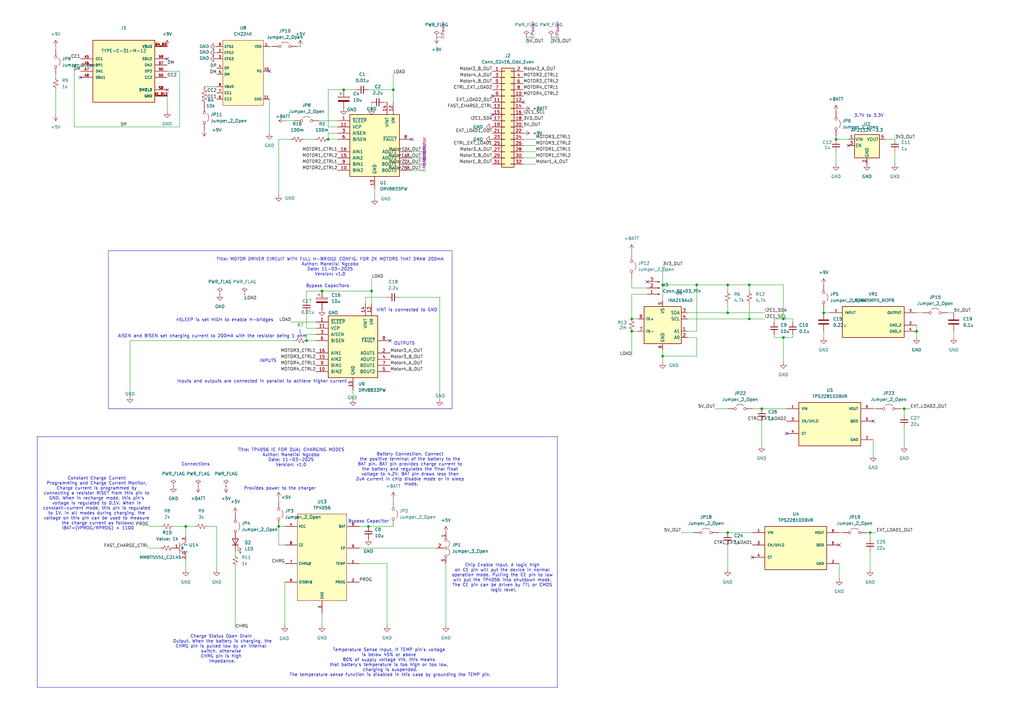
<source format=kicad_sch>
(kicad_sch (version 20250114) (generator "eeschema") (generator_version "9.0")
  (paper "A3")
  (title_block (title "EEE3088F Power Subsystem Project") (date "2025-03-11") (rev "1.0.0"))
  (lib_symbols
    (symbol "CH224K:CH224K"
      (property "Reference" "U" (at 0 1.27 0))
      (property "Value" "CH224K" (at 0 -2.54 0))
      (symbol "CH224K_0_1"
        (pin unspecified line (at -11.43 10.16 0) (length 2.54) (name "CFG1") (number "9"))
        (pin unspecified line (at -11.43 7.62 0) (length 2.54) (name "CFG2") (number "2"))
        (pin unspecified line (at -11.43 5.08 0) (length 2.54) (name "CFG3") (number "3"))
        (pin unspecified line (at -11.43 1.27 0) (length 2.54) (name "DP") (number "4"))
        (pin unspecified line (at -11.43 -1.27 0) (length 2.54) (name "DM") (number "5"))
        (pin unspecified line (at -11.43 -6.35 0) (length 2.54) (name "VBUS") (number "8"))
        (pin unspecified line (at -11.43 -8.89 0) (length 2.54) (name "CC1") (number "7"))
        (pin unspecified line (at -11.43 -11.43 0) (length 2.54) (name "CC2") (number "6"))
        (pin unspecified line (at 10.16 10.16 180) (length 2.54) (name "VDD") (number "1"))
        (pin unspecified line (at 10.16 0 180) (length 2.54) (name "PG") (number "10"))
        (pin unspecified line (at 10.16 -11.43 180) (length 2.54) (name "GND") (number "11"))
      )
    )
    (symbol "Connector:Conn_01x03_Pin" (pin_names (offset 1.016) (hide yes))
      (property "Reference" "J" (at 0 5.08 0))
      (property "Value" "Conn_01x03_Pin" (at 0 -5.08 0))
      (symbol "Conn_01x03_Pin_1_1"
        (pin passive line (at 5.08 2.54 180) (length 3.81) (name "Pin_1") (number "1"))
        (pin passive line (at 5.08 0 180) (length 3.81) (name "Pin_2") (number "2"))
        (pin passive line (at 5.08 -2.54 180) (length 3.81) (name "Pin_3") (number "3"))
      )
    )
    (symbol "Connector_Generic:Conn_02x16_Odd_Even" (pin_names (offset 1.016) (hide yes))
      (property "Reference" "J" (at 1.27 20.32 0))
      (property "Value" "Conn_02x16_Odd_Even" (at 1.27 -22.86 0))
      (symbol "Conn_02x16_Odd_Even_1_1"
        (pin passive line (at -5.08 17.78 0) (length 3.81) (name "Pin_1") (number "1"))
        (pin passive line (at -5.08 15.24 0) (length 3.81) (name "Pin_3") (number "3"))
        (pin passive line (at -5.08 12.7 0) (length 3.81) (name "Pin_5") (number "5"))
        (pin passive line (at -5.08 10.16 0) (length 3.81) (name "Pin_7") (number "7"))
        (pin passive line (at -5.08 7.62 0) (length 3.81) (name "Pin_9") (number "9"))
        (pin passive line (at -5.08 5.08 0) (length 3.81) (name "Pin_11") (number "11"))
        (pin passive line (at -5.08 2.54 0) (length 3.81) (name "Pin_13") (number "13"))
        (pin passive line (at -5.08 0 0) (length 3.81) (name "Pin_15") (number "15"))
        (pin passive line (at -5.08 -2.54 0) (length 3.81) (name "Pin_17") (number "17"))
        (pin passive line (at -5.08 -5.08 0) (length 3.81) (name "Pin_19") (number "19"))
        (pin passive line (at -5.08 -7.62 0) (length 3.81) (name "Pin_21") (number "21"))
        (pin passive line (at -5.08 -10.16 0) (length 3.81) (name "Pin_23") (number "23"))
        (pin passive line (at -5.08 -12.7 0) (length 3.81) (name "Pin_25") (number "25"))
        (pin passive line (at -5.08 -15.24 0) (length 3.81) (name "Pin_27") (number "27"))
        (pin passive line (at -5.08 -17.78 0) (length 3.81) (name "Pin_29") (number "29"))
        (pin passive line (at -5.08 -20.32 0) (length 3.81) (name "Pin_31") (number "31"))
        (pin passive line (at 7.62 17.78 180) (length 3.81) (name "Pin_2") (number "2"))
        (pin passive line (at 7.62 15.24 180) (length 3.81) (name "Pin_4") (number "4"))
        (pin passive line (at 7.62 12.7 180) (length 3.81) (name "Pin_6") (number "6"))
        (pin passive line (at 7.62 10.16 180) (length 3.81) (name "Pin_8") (number "8"))
        (pin passive line (at 7.62 7.62 180) (length 3.81) (name "Pin_10") (number "10"))
        (pin passive line (at 7.62 5.08 180) (length 3.81) (name "Pin_12") (number "12"))
        (pin passive line (at 7.62 2.54 180) (length 3.81) (name "Pin_14") (number "14"))
        (pin passive line (at 7.62 0 180) (length 3.81) (name "Pin_16") (number "16"))
        (pin passive line (at 7.62 -2.54 180) (length 3.81) (name "Pin_18") (number "18"))
        (pin passive line (at 7.62 -5.08 180) (length 3.81) (name "Pin_20") (number "20"))
        (pin passive line (at 7.62 -7.62 180) (length 3.81) (name "Pin_22") (number "22"))
        (pin passive line (at 7.62 -10.16 180) (length 3.81) (name "Pin_24") (number "24"))
        (pin passive line (at 7.62 -12.7 180) (length 3.81) (name "Pin_26") (number "26"))
        (pin passive line (at 7.62 -15.24 180) (length 3.81) (name "Pin_28") (number "28"))
        (pin passive line (at 7.62 -17.78 180) (length 3.81) (name "Pin_30") (number "30"))
        (pin passive line (at 7.62 -20.32 180) (length 3.81) (name "Pin_32") (number "32"))
      )
    )
    (symbol "Device:C" (pin_numbers (hide yes)) (pin_names (offset 0.254))
      (property "Reference" "C" (at 0.635 2.54 0))
      (property "Value" "C" (at 0.635 -2.54 0))
      (symbol "C_1_1"
        (pin passive line (at 0 3.81 270) (length 2.794) (name "~") (number "1"))
        (pin passive line (at 0 -3.81 90) (length 2.794) (name "~") (number "2"))
      )
    )
    (symbol "Device:C_Polarized" (pin_numbers (hide yes)) (pin_names (offset 0.254))
      (property "Reference" "C" (at 0.635 2.54 0))
      (property "Value" "C_Polarized" (at 0.635 -2.54 0))
      (symbol "C_Polarized_1_1"
        (pin passive line (at 0 3.81 270) (length 2.794) (name "~") (number "1"))
        (pin passive line (at 0 -3.81 90) (length 2.794) (name "~") (number "2"))
      )
    )
    (symbol "Device:C_Small" (pin_numbers (hide yes)) (pin_names (offset 0.254) (hide yes))
      (property "Reference" "C" (at 0.254 1.778 0))
      (property "Value" "C_Small" (at 0.254 -2.032 0))
      (symbol "C_Small_1_1"
        (pin passive line (at 0 2.54 270) (length 2.032) (name "~") (number "1"))
        (pin passive line (at 0 -2.54 90) (length 2.032) (name "~") (number "2"))
      )
    )
    (symbol "Device:L" (pin_numbers (hide yes)) (pin_names (offset 1.016) (hide yes))
      (property "Reference" "L" (at -1.27 0 90))
      (property "Value" "L" (at 1.905 0 90))
      (symbol "L_1_1"
        (pin passive line (at 0 3.81 270) (length 1.27) (name "1") (number "1"))
        (pin passive line (at 0 -3.81 90) (length 1.27) (name "2") (number "2"))
      )
    )
    (symbol "Device:LED" (pin_numbers (hide yes)) (pin_names (offset 1.016) (hide yes))
      (property "Reference" "D" (at 0 2.54 0))
      (property "Value" "LED" (at 0 -2.54 0))
      (symbol "LED_1_1"
        (pin passive line (at -3.81 0 0) (length 2.54) (name "K") (number "1"))
        (pin passive line (at 3.81 0 180) (length 2.54) (name "A") (number "2"))
      )
    )
    (symbol "Device:R_Small_US" (pin_numbers (hide yes)) (pin_names (offset 0.254) (hide yes))
      (property "Reference" "R" (at 0.762 0.508 0))
      (property "Value" "R_Small_US" (at 0.762 -1.016 0))
      (symbol "R_Small_US_1_1"
        (pin passive line (at 0 2.54 270) (length 1.016) (name "~") (number "1"))
        (pin passive line (at 0 -2.54 90) (length 1.016) (name "~") (number "2"))
      )
    )
    (symbol "Device:R_US" (pin_numbers (hide yes)) (pin_names (offset 0))
      (property "Reference" "R" (at 2.54 0 90))
      (property "Value" "R_US" (at -2.54 0 90))
      (symbol "R_US_1_1"
        (pin passive line (at 0 3.81 270) (length 1.27) (name "~") (number "1"))
        (pin passive line (at 0 -3.81 90) (length 1.27) (name "~") (number "2"))
      )
    )
    (symbol "Driver_Motor:DRV8833PW" (pin_names (offset 1.016))
      (property "Reference" "U" (at -3.81 16.51 0))
      (property "Value" "DRV8833PW" (at -3.81 13.97 0))
      (symbol "DRV8833PW_1_1"
        (pin input line (at -15.24 10.16 0) (length 5.08) (name "~{SLEEP}") (number "1"))
        (pin bidirectional line (at -15.24 7.62 0) (length 5.08) (name "VCP") (number "11"))
        (pin bidirectional line (at -15.24 5.08 0) (length 5.08) (name "AISEN") (number "3"))
        (pin bidirectional line (at -15.24 2.54 0) (length 5.08) (name "BISEN") (number "6"))
        (pin input line (at -15.24 -2.54 0) (length 5.08) (name "AIN1") (number "16"))
        (pin input line (at -15.24 -5.08 0) (length 5.08) (name "AIN2") (number "15"))
        (pin input line (at -15.24 -7.62 0) (length 5.08) (name "BIN1") (number "9"))
        (pin input line (at -15.24 -10.16 0) (length 5.08) (name "BIN2") (number "10"))
        (pin power_in line (at 0 -17.78 90) (length 5.08) (name "GND") (number "13"))
        (pin power_in line (at 5.08 17.78 270) (length 5.08) (name "VINT") (number "14"))
        (pin power_in line (at 7.62 17.78 270) (length 5.08) (name "VM") (number "12"))
        (pin open_collector line (at 15.24 2.54 180) (length 5.08) (name "~{FAULT}") (number "8"))
        (pin power_out line (at 15.24 -2.54 180) (length 5.08) (name "AOUT1") (number "2"))
        (pin power_out line (at 15.24 -5.08 180) (length 5.08) (name "AOUT2") (number "4"))
        (pin power_out line (at 15.24 -7.62 180) (length 5.08) (name "BOUT1") (number "7"))
        (pin power_out line (at 15.24 -10.16 180) (length 5.08) (name "BOUT2") (number "5"))
      )
    )
    (symbol "Jumper:Jumper_2_Open" (pin_numbers (hide yes)) (pin_names (offset 0) (hide yes)) (exclude_from_sim yes)
      (property "Reference" "JP" (at 0 2.794 0))
      (property "Value" "Jumper_2_Open" (at 0 -2.286 0))
      (symbol "Jumper_2_Open_1_1"
        (pin passive line (at -5.08 0 0) (length 2.54) (name "A") (number "1"))
        (pin passive line (at 5.08 0 180) (length 2.54) (name "B") (number "2"))
      )
    )
    (symbol "Jumper:Jumper_3_Open" (pin_names (offset 0) (hide yes)) (exclude_from_sim yes) (in_bom no)
      (property "Reference" "JP" (at -2.54 -2.54 0))
      (property "Value" "Jumper_3_Open" (at 0 2.794 0))
      (symbol "Jumper_3_Open_1_1"
        (pin passive line (at -6.35 0 0) (length 2.54) (name "A") (number "1"))
        (pin passive line (at 0 -3.81 90) (length 2.54) (name "C") (number "2"))
        (pin passive line (at 6.35 0 180) (length 2.54) (name "B") (number "3"))
      )
    )
    (symbol "LM7805MPX_NOPB:LM7805MPX_NOPB" (pin_names (offset 1.016))
      (property "Reference" "VR" (at -12.7 6.08 0))
      (property "Value" "LM7805MPX_NOPB" (at -12.7 -9.08 0))
      (symbol "LM7805MPX_NOPB_0_0"
        (pin input line (at -17.78 2.54 0) (length 5.08) (name "INPUT") (number "1"))
        (pin output line (at 17.78 2.54 180) (length 5.08) (name "OUTPUT") (number "3"))
        (pin power_in line (at 17.78 -2.54 180) (length 5.08) (name "GND_2") (number "2"))
        (pin power_in line (at 17.78 -5.08 180) (length 5.08) (name "GND_4") (number "4"))
      )
    )
    (symbol "MMBT5551_C2145:MMBT5551_C2145"
      (property "Reference" "U" (at 0 1.27 0))
      (property "Value" "MMBT5551_C2145" (at 0 -2.54 0))
      (symbol "MMBT5551_C2145_0_1"
        (pin unspecified line (at -2.54 0 0) (length 2.54) (name "B") (number "1"))
        (pin unspecified line (at 2.54 5.08 270) (length 2.54) (name "C") (number "3"))
        (pin unspecified line (at 2.54 -5.08 90) (length 2.54) (name "E") (number "2"))
      )
    )
    (symbol "Regulator_Linear:AP2112K-3.3" (pin_names (offset 0.254))
      (property "Reference" "U" (at -5.08 5.715 0))
      (property "Value" "AP2112K-3.3" (at 0 5.715 0))
      (symbol "AP2112K-3.3_1_1"
        (pin power_in line (at -7.62 2.54 0) (length 2.54) (name "VIN") (number "1"))
        (pin input line (at -7.62 0 0) (length 2.54) (name "EN") (number "3"))
        (pin power_in line (at 0 -7.62 90) (length 2.54) (name "GND") (number "2"))
        (pin no_connect line (at 5.08 0 180) (length 2.54) (hide yes) (name "NC") (number "4"))
        (pin power_out line (at 7.62 2.54 180) (length 2.54) (name "VOUT") (number "5"))
      )
    )
    (symbol "Regulator_Switching:MT3608"
      (property "Reference" "U" (at -2.54 8.89 0))
      (property "Value" "MT3608" (at -3.81 6.35 0))
      (symbol "MT3608_1_1"
        (pin power_in line (at -7.62 2.54 0) (length 2.54) (name "IN") (number "5"))
        (pin input line (at -7.62 -2.54 0) (length 2.54) (name "EN") (number "4"))
        (pin power_in line (at 0 -7.62 90) (length 2.54) (name "GND") (number "2"))
        (pin no_connect line (at 5.08 0 180) (length 2.54) (hide yes) (name "NC") (number "6"))
        (pin passive line (at 7.62 2.54 180) (length 2.54) (name "SW") (number "1"))
        (pin input line (at 7.62 -2.54 180) (length 2.54) (name "FB") (number "3"))
      )
    )
    (symbol "SM4007PL-TP:SM4007PL-TP" (pin_names (offset 1.016))
      (property "Reference" "D" (at -2.286 1.905 0))
      (property "Value" "SM4007PL-TP" (at -2.286 -3.429 0))
      (symbol "SM4007PL-TP_0_0"
        (pin passive line (at -2.54 0 0) (length 2.54) (name "~") (number "A"))
        (pin passive line (at 2.54 0 180) (length 2.54) (name "~") (number "K"))
      )
    )
    (symbol "Sensor_Energy:INA219AxD"
      (property "Reference" "U" (at -6.35 8.89 0))
      (property "Value" "INA219AxD" (at 5.08 8.89 0))
      (symbol "INA219AxD_1_1"
        (pin input line (at -10.16 2.54 0) (length 2.54) (name "IN+") (number "8"))
        (pin input line (at -10.16 -2.54 0) (length 2.54) (name "IN-") (number "7"))
        (pin power_in line (at 0 10.16 270) (length 2.54) (name "VS") (number "5"))
        (pin power_in line (at 0 -10.16 90) (length 2.54) (name "GND") (number "6"))
        (pin bidirectional line (at 10.16 5.08 180) (length 2.54) (name "SDA") (number "3"))
        (pin input line (at 10.16 2.54 180) (length 2.54) (name "SCL") (number "4"))
        (pin input line (at 10.16 -2.54 180) (length 2.54) (name "A1") (number "1"))
        (pin input line (at 10.16 -5.08 180) (length 2.54) (name "A0") (number "2"))
      )
    )
    (symbol "TP4056:TP4056"
      (property "Reference" "U" (at 0 1.27 0))
      (property "Value" "TP4056" (at 0 -2.54 0))
      (symbol "TP4056_0_1"
        (pin unspecified line (at -15.24 15.24 0) (length 5.08) (name "VCC") (number "4"))
        (pin unspecified line (at -15.24 7.62 0) (length 5.08) (name "CE") (number "8"))
        (pin unspecified line (at -15.24 0 0) (length 5.08) (name "CHRG#") (number "7"))
        (pin unspecified line (at -15.24 -7.62 0) (length 5.08) (name "STDBY#") (number "6"))
        (pin unspecified line (at 0 -20.32 90) (length 5.08) (name "GND") (number "3"))
        (pin unspecified line (at 15.24 15.24 180) (length 5.08) (name "BAT") (number "5"))
        (pin unspecified line (at 15.24 6.35 180) (length 5.08) (name "EP") (number "9"))
        (pin unspecified line (at 15.24 0 180) (length 5.08) (name "TEMP") (number "1"))
        (pin unspecified line (at 15.24 -7.62 180) (length 5.08) (name "PROG") (number "2"))
      )
    )
    (symbol "TPS22810DBVR:TPS22810DBVR" (pin_names (offset 1.016))
      (property "Reference" "U" (at -12.7 11.16 0))
      (property "Value" "TPS22810DBVR" (at -12.7 -10.16 0))
      (symbol "TPS22810DBVR_0_0"
        (pin input line (at -17.78 7.62 0) (length 5.08) (name "VIN") (number "1"))
        (pin input line (at -17.78 2.54 0) (length 5.08) (name "EN/UVLO") (number "3"))
        (pin output line (at -17.78 -2.54 0) (length 5.08) (name "CT") (number "4"))
        (pin output line (at 17.78 7.62 180) (length 5.08) (name "VOUT") (number "6"))
        (pin output line (at 17.78 2.54 180) (length 5.08) (name "QOD") (number "5"))
        (pin power_in line (at 17.78 -5.08 180) (length 5.08) (name "GND") (number "2"))
      )
    )
    (symbol "TYPE-C-31-M-12:TYPE-C-31-M-12" (pin_names (offset 1.016))
      (property "Reference" "J" (at -12.7 13.462 0))
      (property "Value" "TYPE-C-31-M-12" (at -12.7 -13.462 0))
      (symbol "TYPE-C-31-M-12_0_0"
        (pin bidirectional line (at -17.78 5.08 0) (length 5.08) (name "CC1") (number "A5"))
        (pin bidirectional line (at -17.78 2.54 0) (length 5.08) (name "DP1") (number "A6"))
        (pin bidirectional line (at -17.78 0 0) (length 5.08) (name "DN1") (number "A7"))
        (pin bidirectional line (at -17.78 -2.54 0) (length 5.08) (name "SBU1") (number "A8"))
        (pin power_in line (at 17.78 10.16 180) (length 5.08) (name "VBUS") (number "A4_B9"))
        (pin power_in line (at 17.78 10.16 180) (length 5.08) (name "VBUS") (number "B4_A9"))
        (pin bidirectional line (at 17.78 5.08 180) (length 5.08) (name "SBU2") (number "B8"))
        (pin bidirectional line (at 17.78 2.54 180) (length 5.08) (name "DN2") (number "B7"))
        (pin bidirectional line (at 17.78 0 180) (length 5.08) (name "DP2") (number "B6"))
        (pin bidirectional line (at 17.78 -2.54 180) (length 5.08) (name "CC2") (number "B5"))
        (pin passive line (at 17.78 -7.62 180) (length 5.08) (name "SHIELD") (number "S1"))
        (pin passive line (at 17.78 -7.62 180) (length 5.08) (name "SHIELD") (number "S2"))
        (pin passive line (at 17.78 -7.62 180) (length 5.08) (name "SHIELD") (number "S3"))
        (pin passive line (at 17.78 -7.62 180) (length 5.08) (name "SHIELD") (number "S4"))
        (pin power_in line (at 17.78 -10.16 180) (length 5.08) (name "GND") (number "A1_B12"))
        (pin power_in line (at 17.78 -10.16 180) (length 5.08) (name "GND") (number "B1_A12"))
      )
    )
    (symbol "power:+5V" (power) (pin_numbers (hide yes)) (pin_names (offset 0) (hide yes))
      (property "Value" "+5V" (at 0 3.556 0))
      (symbol "+5V_1_1"
        (pin power_in line (at 0 0 90) (length 0) (name "~") (number "1"))
      )
    )
    (symbol "power:+9V" (power) (pin_numbers (hide yes)) (pin_names (offset 0) (hide yes))
      (property "Value" "+9V" (at 0 3.556 0))
      (symbol "+9V_1_1"
        (pin power_in line (at 0 0 90) (length 0) (name "~") (number "1"))
      )
    )
    (symbol "power:+BATT" (power) (pin_numbers (hide yes)) (pin_names (offset 0) (hide yes))
      (property "Value" "+BATT" (at 0 3.556 0))
      (symbol "+BATT_1_1"
        (pin power_in line (at 0 0 90) (length 0) (name "~") (number "1"))
      )
    )
    (symbol "power:GND" (power) (pin_numbers (hide yes)) (pin_names (offset 0) (hide yes))
      (property "Value" "GND" (at 0 -3.81 0))
      (symbol "GND_1_1"
        (pin power_in line (at 0 0 270) (length 0) (name "~") (number "1"))
      )
    )
    (symbol "power:PWR_FLAG" (power) (pin_numbers (hide yes)) (pin_names (offset 0) (hide yes))
      (property "Value" "PWR_FLAG" (at 0 3.81 0))
      (symbol "PWR_FLAG_0_0"
        (pin power_out line (at 0 0 90) (length 0) (name "~") (number "1"))
      )
    )
  )
  (rectangle (start 15.24 179.07) (end 228.6 281.94))
  (rectangle (start 44.45 102.87) (end 185.42 167.64))
  (text "Bypass Capacitors " (at 134.874 117.348 0) (effects (font (size 1.27 1.27))))
  (text "Temperature Sense Input. If TEMP pin's voltage \nis below 45% or above \n80% of supply voltage VIN, this means \nthat battery's temperature is too high or too low, \ncharging is suspended.\nThe temperature sense function is disabled in this case by grounding the TEMP pin.\n" (at 160.02 271.78 0) (effects (font (size 1.27 1.27))))
  (text "Chip Enable Input. A logic high \non CE pin will put the device in normal \noperation mode. Pulling the CE pin to low \nwill put the TP4056 into shutdown mode. \nThe CE pin can be driven by TTL or CMOS \nlogic level.\n" (at 206.502 236.982 0) (effects (font (size 1.27 1.27))))
  (text "3.7V to 5V" (at -49.022 69.596 0) (effects (font (size 1.27 1.27))))
  (text "nSLEEP is set HIGH to enable H-bridges" (at 92.202 131.318 0) (effects (font (size 1.27 1.27))))
  (text "INPUTS" (at 109.982 148.082 0) (effects (font (size 1.27 1.27))))
  (text "Title: TP4056 IC FOR DUAL CHARGING MODES\nAuthor: Manelisi Ngcobo\nDate: 11-03-2025\nVersion: v1.0\n" (at 119.38 187.706 0) (effects (font (size 1.27 1.27))))
  (text "OUTPUTS" (at 165.862 140.97 0) (effects (font (size 1.27 1.27))))
  (text "AISEN and BISEN set charging current to 200mA with the resistor being 1 ohm" (at 87.122 137.922 0) (effects (font (size 1.27 1.27))))
  (text "Inputs and outputs are connected in parallel to achieve higher current" (at 107.442 156.464 0) (effects (font (size 1.27 1.27))))
  (text "Battery Connection. Connect \nthe positive terminal of the battery to the \nBAT pin. BAT pin provides charge current to \nthe battery and regulates the final float \nvoltage to 4.2V. BAT pin draws less than \n2uA current in chip disable mode or in sleep \nmode." (at 168.656 192.532 0) (effects (font (size 1.27 1.27))))
  (text "VINT is connected to GND\n" (at 166.878 127.254 0) (effects (font (size 1.27 1.27))))
  (text "Constant Charge Current \nProgramming and Charge Current Monitor. \nCharge current is programmed by \nconnecting a resistor RISET from this pin to \nGND. When in recharge mode, this pin's \nvoltage is regulated to 0.1V. When in \nconstant-current mode, this pin is regulated \nto 1V. In all modes during charging, the \nvoltage on this pin can be used to measure \nthe charge current as follows:\nIBAT=(VPROG/RPROG) • 1100" (at 40.132 206.502 0) (effects (font (size 1.27 1.27))))
  (text "Charge Status Open Drain \nOutput. When the battery is charging, the\nCHRG pin is pulled low by an internal \nswitch, otherwise \nCHRG pin is high \nimpedance." (at 91.186 266.192 0) (effects (font (size 1.27 1.27))))
  (text "Title: MOTOR DRIVER CIRCUIT WITH FULL H-BRIDGE CONFIG. FOR 2X MOTORS THAT DRAW 200mA\nAuthor: Manelisi Ngcobo\nDate: 11-03-2025\nVersion: v1.0\n" (at 135.382 109.474 0) (effects (font (size 1.27 1.27))))
  (text "3.7V to 3.3V" (at 356.362 47.498 0) (effects (font (size 1.27 1.27))))
  (text "Bypass Capacitor" (at 151.13 213.868 0) (effects (font (size 1.27 1.27))))
  (text "Connections" (at 80.264 190.5 0) (effects (font (size 1.27 1.27))))
  (text "Provides power to the charger" (at 114.808 200.406 0) (effects (font (size 1.27 1.27))))
  (junction (at 321.31 138.43))
  (junction (at 312.42 167.64))
  (junction (at 298.45 116.84))
  (junction (at 298.45 128.27))
  (junction (at 370.84 167.64))
  (junction (at 161.29 36.83))
  (junction (at 271.78 116.84))
  (junction (at 356.87 218.44))
  (junction (at 125.73 139.7))
  (junction (at 298.45 218.44))
  (junction (at -35.56 87.63))
  (junction (at 337.82 128.27))
  (junction (at 132.08 119.38))
  (junction (at -71.12 82.55))
  (junction (at 134.62 57.15))
  (junction (at 259.08 130.81))
  (junction (at 375.92 135.89))
  (junction (at 152.4 119.38))
  (junction (at 76.2 215.9))
  (junction (at -50.8 72.39))
  (junction (at 271.78 146.05))
  (junction (at 285.75 116.84))
  (junction (at 259.08 135.89))
  (junction (at 307.34 130.81))
  (junction (at 151.13 215.9))
  (junction (at 321.31 130.81))
  (junction (at 140.97 36.83))
  (junction (at -71.12 72.39))
  (junction (at 342.9 57.15))
  (junction (at 307.34 116.84))
  (junction (at -35.56 72.39))
  (junction (at 114.3 215.9))
  (no_connect (at 201.93 39.37))
  (no_connect (at 110.49 29.21))
  (no_connect (at 168.91 57.15))
  (no_connect (at 68.58 24.13))
  (no_connect (at 201.93 46.99))
  (no_connect (at 308.61 228.6))
  (no_connect (at 344.17 223.52))
  (no_connect (at 160.02 139.7))
  (no_connect (at 322.58 177.8))
  (no_connect (at 68.58 36.83))
  (no_connect (at 33.02 31.75))
  (no_connect (at 214.63 41.91))
  (no_connect (at 347.98 59.69))
  (no_connect (at 265.43 115.57))
  (no_connect (at 358.14 172.72))
  (wire (pts (xy 60.96 215.9) (xy 66.04 215.9)))
  (wire (pts (xy -25.4 81.28) (xy -25.4 101.6)))
  (wire (pts (xy 307.34 116.84) (xy 321.31 116.84)))
  (wire (pts (xy 114.3 80.01) (xy 114.3 57.15)))
  (wire (pts (xy 30.48 26.67) (xy 30.48 52.07)))
  (wire (pts (xy 152.4 114.3) (xy 152.4 119.38)))
  (wire (pts (xy 114.3 215.9) (xy 116.84 215.9)))
  (wire (pts (xy 96.52 232.41) (xy 96.52 257.81)))
  (wire (pts (xy 88.9 35.56) (xy 83.82 35.56)))
  (wire (pts (xy 96.52 218.44) (xy 96.52 220.98)))
  (wire (pts (xy 134.62 52.07) (xy 134.62 36.83)))
  (wire (pts (xy 30.48 52.07) (xy 73.66 52.07)))
  (wire (pts (xy 391.16 135.89) (xy 391.16 138.43)))
  (wire (pts (xy 68.58 29.21) (xy 73.66 29.21)))
  (wire (pts (xy 219.71 62.23) (xy 214.63 62.23)))
  (wire (pts (xy 388.62 128.27) (xy 391.16 128.27)))
  (wire (pts (xy 88.9 215.9) (xy 88.9 233.68)))
  (wire (pts (xy -50.8 72.39) (xy -50.8 82.55)))
  (wire (pts (xy 344.17 237.49) (xy 344.17 231.14)))
  (wire (pts (xy -35.56 87.63) (xy -35.56 91.44)))
  (wire (pts (xy -25.4 76.2) (xy -25.4 72.39)))
  (wire (pts (xy 307.34 130.81) (xy 313.69 130.81)))
  (wire (pts (xy 215.9 17.78) (xy 215.9 15.24)))
  (wire (pts (xy 172.72 62.23) (xy 168.91 62.23)))
  (wire (pts (xy 161.29 215.9) (xy 151.13 215.9)))
  (wire (pts (xy 259.08 135.89) (xy 261.62 135.89)))
  (wire (pts (xy 129.54 134.62) (xy 125.73 134.62)))
  (wire (pts (xy 168.91 64.77) (xy 172.72 64.77)))
  (wire (pts (xy 172.72 67.31) (xy 168.91 67.31)))
  (wire (pts (xy 157.48 41.91) (xy 158.75 41.91)))
  (wire (pts (xy 116.84 256.54) (xy 116.84 238.76)))
  (wire (pts (xy -78.74 76.2) (xy -78.74 72.39)))
  (wire (pts (xy 358.14 167.64) (xy 359.41 167.64)))
  (wire (pts (xy 317.5 130.81) (xy 321.31 130.81)))
  (wire (pts (xy 138.43 57.15) (xy 134.62 57.15)))
  (wire (pts (xy 375.92 128.27) (xy 378.46 128.27)))
  (wire (pts (xy 124.46 57.15) (xy 129.54 57.15)))
  (wire (pts (xy 85.09 215.9) (xy 88.9 215.9)))
  (wire (pts (xy -71.12 87.63) (xy -71.12 82.55)))
  (wire (pts (xy 53.34 139.7) (xy 120.65 139.7)))
  (wire (pts (xy 71.12 215.9) (xy 76.2 215.9)))
  (wire (pts (xy 149.86 121.92) (xy 158.75 121.92)))
  (wire (pts (xy 312.42 167.64) (xy 322.58 167.64)))
  (wire (pts (xy 66.04 224.79) (xy 60.96 224.79)))
  (wire (pts (xy -78.74 81.28) (xy -78.74 101.6)))
  (wire (pts (xy 298.45 124.46) (xy 298.45 128.27)))
  (wire (pts (xy 321.31 116.84) (xy 321.31 130.81)))
  (wire (pts (xy -35.56 72.39) (xy -25.4 72.39)))
  (wire (pts (xy 123.19 19.05) (xy 121.92 19.05)))
  (wire (pts (xy 161.29 30.48) (xy 161.29 36.83)))
  (wire (pts (xy -71.12 71.12) (xy -71.12 72.39)))
  (wire (pts (xy 259.08 120.65) (xy 265.43 120.65)))
  (wire (pts (xy 161.29 36.83) (xy 161.29 41.91)))
  (wire (pts (xy 298.45 116.84) (xy 285.75 116.84)))
  (wire (pts (xy 344.17 218.44) (xy 345.44 218.44)))
  (wire (pts (xy 317.5 138.43) (xy 321.31 138.43)))
  (wire (pts (xy 158.75 231.14) (xy 158.75 256.54)))
  (wire (pts (xy 307.34 119.38) (xy 307.34 116.84)))
  (wire (pts (xy 116.84 49.53) (xy 120.65 49.53)))
  (wire (pts (xy 134.62 36.83) (xy 140.97 36.83)))
  (wire (pts (xy 114.3 205.74) (xy 114.3 204.47)))
  (wire (pts (xy 285.75 135.89) (xy 285.75 116.84)))
  (wire (pts (xy 281.94 128.27) (xy 298.45 128.27)))
  (wire (pts (xy 76.2 229.87) (xy 76.2 233.68)))
  (wire (pts (xy 129.54 139.7) (xy 125.73 139.7)))
  (wire (pts (xy 140.97 36.83) (xy 146.05 36.83)))
  (wire (pts (xy 356.87 218.44) (xy 356.87 220.98)))
  (wire (pts (xy 259.08 118.11) (xy 259.08 114.3)))
  (wire (pts (xy 321.31 130.81) (xy 325.12 130.81)))
  (wire (pts (xy 144.78 160.02) (xy 144.78 163.83)))
  (wire (pts (xy 226.06 15.24) (xy 226.06 17.78)))
  (wire (pts (xy 22.86 36.83) (xy 22.86 46.99)))
  (wire (pts (xy 76.2 215.9) (xy 80.01 215.9)))
  (wire (pts (xy 358.14 186.69) (xy 358.14 180.34)))
  (wire (pts (xy 219.71 59.69) (xy 214.63 59.69)))
  (wire (pts (xy 119.38 132.08) (xy 129.54 132.08)))
  (wire (pts (xy 285.75 138.43) (xy 285.75 146.05)))
  (wire (pts (xy 279.4 218.44) (xy 284.48 218.44)))
  (wire (pts (xy 132.08 251.46) (xy 132.08 256.54)))
  (wire (pts (xy 370.84 167.64) (xy 370.84 170.18)))
  (wire (pts (xy -38.1 72.39) (xy -35.56 72.39)))
  (wire (pts (xy 172.72 69.85) (xy 168.91 69.85)))
  (wire (pts (xy -66.04 87.63) (xy -71.12 87.63)))
  (wire (pts (xy 356.87 218.44) (xy 359.41 218.44)))
  (wire (pts (xy 147.32 224.79) (xy 179.07 224.79)))
  (wire (pts (xy 151.13 215.9) (xy 147.32 215.9)))
  (wire (pts (xy 259.08 118.11) (xy 265.43 118.11)))
  (wire (pts (xy 114.3 57.15) (xy 119.38 57.15)))
  (wire (pts (xy 110.49 54.61) (xy 110.49 40.64)))
  (wire (pts (xy 100.33 123.19) (xy 100.33 120.65)))
  (wire (pts (xy 219.71 64.77) (xy 214.63 64.77)))
  (wire (pts (xy 152.4 119.38) (xy 152.4 124.46)))
  (wire (pts (xy 367.03 62.23) (xy 367.03 67.31)))
  (wire (pts (xy 370.84 167.64) (xy 373.38 167.64)))
  (wire (pts (xy 285.75 116.84) (xy 271.78 116.84)))
  (wire (pts (xy 325.12 130.81) (xy 325.12 132.08)))
  (wire (pts (xy 293.37 167.64) (xy 298.45 167.64)))
  (wire (pts (xy 281.94 130.81) (xy 307.34 130.81)))
  (wire (pts (xy 307.34 116.84) (xy 298.45 116.84)))
  (wire (pts (xy 312.42 172.72) (xy 312.42 182.88)))
  (wire (pts (xy 337.82 127) (xy 337.82 128.27)))
  (wire (pts (xy 116.84 223.52) (xy 114.3 223.52)))
  (wire (pts (xy 161.29 204.47) (xy 161.29 205.74)))
  (wire (pts (xy 125.73 137.16) (xy 125.73 139.7)))
  (wire (pts (xy 375.92 135.89) (xy 375.92 138.43)))
  (wire (pts (xy -50.8 87.63) (xy -35.56 87.63)))
  (wire (pts (xy 219.71 57.15) (xy 214.63 57.15)))
  (wire (pts (xy 363.22 57.15) (xy 367.03 57.15)))
  (wire (pts (xy 180.34 121.92) (xy 163.83 121.92)))
  (wire (pts (xy -35.56 72.39) (xy -35.56 74.93)))
  (wire (pts (xy 152.4 44.45) (xy 152.4 41.91)))
  (wire (pts (xy 153.67 77.47) (xy 153.67 81.28)))
  (wire (pts (xy 73.66 29.21) (xy 73.66 52.07)))
  (wire (pts (xy -50.8 72.39) (xy -43.18 72.39)))
  (wire (pts (xy 307.34 124.46) (xy 307.34 130.81)))
  (wire (pts (xy 321.31 138.43) (xy 325.12 138.43)))
  (wire (pts (xy 298.45 223.52) (xy 298.45 233.68)))
  (wire (pts (xy 130.81 49.53) (xy 138.43 49.53)))
  (wire (pts (xy 30.48 26.67) (xy 33.02 26.67)))
  (wire (pts (xy 134.62 54.61) (xy 134.62 57.15)))
  (wire (pts (xy 151.13 36.83) (xy 161.29 36.83)))
  (wire (pts (xy 271.78 109.22) (xy 271.78 116.84)))
  (wire (pts (xy 125.73 137.16) (xy 129.54 137.16)))
  (wire (pts (xy 219.71 67.31) (xy 214.63 67.31)))
  (wire (pts (xy -78.74 72.39) (xy -71.12 72.39)))
  (wire (pts (xy 325.12 137.16) (xy 325.12 138.43)))
  (wire (pts (xy -55.88 72.39) (xy -50.8 72.39)))
  (wire (pts (xy 125.73 123.19) (xy 125.73 119.38)))
  (wire (pts (xy 22.86 30.48) (xy 22.86 31.75)))
  (wire (pts (xy -35.56 85.09) (xy -35.56 87.63)))
  (wire (pts (xy 96.52 226.06) (xy 96.52 227.33)))
  (wire (pts (xy 76.2 215.9) (xy 76.2 219.71)))
  (wire (pts (xy 308.61 167.64) (xy 312.42 167.64)))
  (wire (pts (xy 125.73 119.38) (xy 132.08 119.38)))
  (wire (pts (xy 259.08 102.87) (xy 259.08 104.14)))
  (wire (pts (xy 271.78 146.05) (xy 271.78 148.59)))
  (wire (pts (xy 149.86 124.46) (xy 149.86 121.92)))
  (wire (pts (xy 147.32 231.14) (xy 158.75 231.14)))
  (wire (pts (xy -35.56 99.06) (xy -35.56 101.6)))
  (wire (pts (xy 369.57 167.64) (xy 370.84 167.64)))
  (wire (pts (xy 259.08 135.89) (xy 259.08 146.05)))
  (wire (pts (xy 317.5 132.08) (xy 317.5 130.81)))
  (wire (pts (xy 182.88 231.14) (xy 182.88 256.54)))
  (wire (pts (xy 298.45 119.38) (xy 298.45 116.84)))
  (wire (pts (xy 259.08 120.65) (xy 259.08 130.81)))
  (wire (pts (xy 22.86 19.05) (xy 22.86 20.32)))
  (wire (pts (xy -71.12 60.96) (xy -71.12 54.61)))
  (wire (pts (xy 298.45 128.27) (xy 313.69 128.27)))
  (wire (pts (xy 285.75 138.43) (xy 281.94 138.43)))
  (wire (pts (xy 294.64 218.44) (xy 298.45 218.44)))
  (wire (pts (xy 132.08 119.38) (xy 152.4 119.38)))
  (wire (pts (xy 111.76 19.05) (xy 110.49 19.05)))
  (wire (pts (xy 337.82 138.43) (xy 337.82 135.89)))
  (wire (pts (xy 271.78 146.05) (xy 285.75 146.05)))
  (wire (pts (xy 337.82 128.27) (xy 340.36 128.27)))
  (wire (pts (xy 114.3 223.52) (xy 114.3 215.9)))
  (wire (pts (xy 138.43 52.07) (xy 134.62 52.07)))
  (wire (pts (xy 321.31 148.59) (xy 321.31 138.43)))
  (wire (pts (xy 180.34 163.83) (xy 180.34 121.92)))
  (wire (pts (xy 342.9 55.88) (xy 342.9 57.15)))
  (wire (pts (xy 342.9 62.23) (xy 342.9 67.31)))
  (wire (pts (xy -71.12 72.39) (xy -63.5 72.39)))
  (wire (pts (xy 317.5 137.16) (xy 317.5 138.43)))
  (wire (pts (xy 259.08 130.81) (xy 261.62 130.81)))
  (wire (pts (xy 370.84 175.26) (xy 370.84 182.88)))
  (wire (pts (xy 53.34 162.56) (xy 53.34 139.7)))
  (wire (pts (xy 356.87 226.06) (xy 356.87 233.68)))
  (wire (pts (xy 355.6 218.44) (xy 356.87 218.44)))
  (wire (pts (xy 68.58 39.37) (xy 68.58 45.72)))
  (wire (pts (xy 271.78 143.51) (xy 271.78 146.05)))
  (wire (pts (xy 125.73 134.62) (xy 125.73 128.27)))
  (wire (pts (xy 281.94 135.89) (xy 285.75 135.89)))
  (wire (pts (xy 134.62 54.61) (xy 138.43 54.61)))
  (wire (pts (xy -66.04 82.55) (xy -71.12 82.55)))
  (wire (pts (xy 347.98 57.15) (xy 342.9 57.15)))
  (wire (pts (xy 298.45 218.44) (xy 308.61 218.44)))
  (wire (pts (xy 375.92 133.35) (xy 375.92 135.89)))
  (wire (pts (xy -71.12 72.39) (xy -71.12 82.55)))
  (wire (pts (xy 271.78 116.84) (xy 271.78 123.19)))
  (wire (pts (xy -58.42 92.71) (xy -58.42 101.6)))
  (label "FAST_CHARGE_CTRL" (at 201.93 44.45 180))
  (label "Motor2_A_OUT" (at 172.72 67.31 180))
  (label "MOTOR4_CTRL2" (at 129.54 152.4 180))
  (label "CC1" (at 88.9 40.64 180))
  (label "DP" (at 88.9 27.94 180))
  (label "Motor2_A_OUT" (at 214.63 29.21 0))
  (label "MOTOR3_CTRL1" (at 219.71 57.15 0))
  (label "MOTOR2_CTRL1" (at 214.63 31.75 0))
  (label "MOTOR3_CTRL1" (at 129.54 144.78 180))
  (label "CTRL_EXT_LOAD1" (at 201.93 59.69 180))
  (label "5V_OUT" (at 293.37 167.64 180))
  (label "CHRG" (at 96.52 257.81 0))
  (label "LOAD" (at 119.38 132.08 180))
  (label "Motor3_B_OUT" (at 160.02 147.32 0))
  (label "EXT_LOAD1_OUT" (at 359.41 218.44 0))
  (label "MOTOR3_CTRL2" (at 219.71 59.69 0))
  (label "MOTOR1_CTRL1" (at 138.43 62.23 180))
  (label "CTRL_EXT_LOAD2" (at 201.93 36.83 180))
  (label "Motor1_B_OUT" (at 201.93 67.31 180))
  (label "I2C1_SDA" (at 201.93 49.53 180))
  (label "MOTOR3_CTRL2" (at 129.54 147.32 180))
  (label "5V_OUT" (at 214.63 52.07 0))
  (label "DM" (at 88.9 30.48 180))
  (label "Motor1_A_OUT" (at 172.72 62.23 180))
  (label "5V_OUT" (at -35.56 72.39 0))
  (label "MOTOR4_CTRL2" (at 214.63 39.37 0))
  (label "MOTOR2_CTRL1" (at 138.43 67.31 180))
  (label "Motor4_A_OUT" (at 160.02 149.86 0))
  (label "MOTOR1_CTRL1" (at 219.71 62.23 0))
  (label "EXT_LOAD2_OUT" (at 373.38 167.64 0))
  (label "CHRG" (at 116.84 231.14 180))
  (label "Motor1_A_OUT" (at 219.71 67.31 0))
  (label "DM" (at 68.58 26.67 0))
  (label "3V3_OUT" (at 226.06 17.78 0))
  (label "3V3_OUT" (at 367.03 57.15 0))
  (label "LOAD" (at 161.29 30.48 0))
  (label "Motor4_A_OUT" (at 201.93 31.75 180))
  (label "5V_OUT" (at 215.9 17.78 0))
  (label "Motor3_A_OUT" (at 201.93 62.23 180))
  (label "CC2" (at 68.58 31.75 0))
  (label "I2C1_SCL" (at 214.63 46.99 0))
  (label "PROG" (at 60.96 215.9 180))
  (label "MOTOR4_CTRL1" (at 214.63 36.83 0))
  (label "5V_OUT" (at 391.16 128.27 0))
  (label "LOAD" (at 100.33 123.19 0))
  (label "MOTOR2_CTRL2" (at 214.63 34.29 0))
  (label "Motor1_B_OUT" (at 172.72 64.77 180))
  (label "LOAD" (at 259.08 146.05 180))
  (label "Motor2_B_OUT" (at 201.93 29.21 180))
  (label "PROG" (at 147.32 238.76 0))
  (label "CTRL_EXT_LOAD1" (at 308.61 223.52 180))
  (label "3V3_OUT" (at 214.63 49.53 0))
  (label "Motor3_B_OUT" (at 201.93 64.77 180))
  (label "Motor4_B_OUT" (at 160.02 152.4 0))
  (label "EXT_LOAD2_0UT" (at 201.93 41.91 180))
  (label "MOTOR1_CTRL2" (at 138.43 64.77 180))
  (label "I2C1_SDA" (at 313.69 128.27 0))
  (label "MOTOR1_CTRL2" (at 219.71 64.77 0))
  (label "3V3_OUT" (at 271.78 109.22 0))
  (label "Motor3_A_OUT" (at 160.02 144.78 0))
  (label "I2C1_SCL" (at 313.69 130.81 0))
  (label "Motor2_B_OUT" (at 172.72 69.85 180))
  (label "EXT_LOAD1_OUT" (at 201.93 54.61 180))
  (label "FAST_CHARGE_CTRL" (at 60.96 224.79 180))
  (label "DM" (at 33.02 29.21 180))
  (label "DP" (at 52.07 52.07 180))
  (label "CC1" (at 33.02 24.13 180))
  (label "MOTOR4_CTRL1" (at 129.54 149.86 180))
  (label "5V_OUT" (at 279.4 218.44 180))
  (label "MOTOR2_CTRL2" (at 138.43 69.85 180))
  (label "Motor4_B_OUT" (at 201.93 34.29 180))
  (label "CTRL_EXT_LOAD2" (at 322.58 172.72 180))
  (label "LOAD" (at 152.4 114.3 0))
  (label "CC2" (at 88.9 38.1 180))
  (netclass_flag "" (length 2.54) (shape round) (at 171.45 62.23 270) (property "Netclass" "Motor" (at 173.99 61.5315 90) (effects (justify left))))
  (netclass_flag "" (length 2.54) (shape round) (at 171.45 67.31 270) (property "Netclass" "Motor" (at 173.99 66.6115 90) (effects (justify left))))
  (netclass_flag "" (length 2.54) (shape round) (at 215.9 15.24 270) (property "Netclass" "Power" (at 218.44 14.5415 90) (effects (justify left))))
  (netclass_flag "" (length 2.54) (shape round) (at 179.07 15.24 270) (property "Netclass" "Power" (at 181.61 14.5415 90) (effects (justify left))))
  (netclass_flag "" (length 2.54) (shape round) (at 171.45 64.77 270) (property "Netclass" "Motor" (at 173.99 64.0715 90) (effects (justify left))))
  (netclass_flag "" (length 2.54) (shape round) (at 226.06 15.24 270) (property "Netclass" "Power" (at 228.6 14.5415 90) (effects (justify left))))
  (netclass_flag "" (length 2.54) (shape round) (at 171.45 69.85 270) (property "Netclass" "Motor" (at 173.99 69.1515 90) (effects (justify left))))
  (symbol (lib_id "Jumper:Jumper_2_Open") (at 364.49 167.64 0) (unit 1) (exclude_from_sim yes)
    (property "Reference" "JP23" (at 364.49 161.29 0))
    (property "Value" "Jumper_2_Open" (at 364.49 163.83 0))
    (property "Footprint" "Jumper:SolderJumper-2_P1.3mm_Open_RoundedPad1.0x1.5mm" (effects (hide yes)))
    (property "Description" "Jumper, 2-pole, open" (effects (hide yes)))
  )
  (symbol (lib_id "Connector:Conn_01x03_Pin") (at 270.51 118.11 180) (unit 1)
    (property "Reference" "J3" (at 271.78 116.8399 0) (effects (justify right)))
    (property "Value" "Conn_01x03_Pin" (at 271.78 119.3799 0) (effects (justify right)))
    (property "Footprint" "Connector_PinSocket_2.54mm:PinSocket_1x03_P2.54mm_Vertical" (effects (hide yes)))
    (property "Description" "Generic connector, single row, 01x03, script generated" (effects (hide yes)))
  )
  (symbol (lib_id "Device:R_Small_US") (at 123.19 139.7 90) (unit 1)
    (property "Reference" "R7" (at 123.19 133.35 90))
    (property "Value" "1" (at 123.19 135.89 90))
    (property "Footprint" "Resistor_SMD:R_1206_3216Metric_Pad1.30x1.75mm_HandSolder" (effects (hide yes)))
    (property "Description" "Resistor, small US symbol" (effects (hide yes)))
    (property "LCSC" "C25334" (effects (hide yes)))
  )
  (symbol (lib_id "Device:R_Small_US") (at 121.92 57.15 90) (unit 1)
    (property "Reference" "R16" (at 121.92 50.8 90))
    (property "Value" "100m" (at 121.92 53.34 90))
    (property "Footprint" "Resistor_SMD:R_1206_3216Metric_Pad1.30x1.75mm_HandSolder" (effects (hide yes)))
    (property "Description" "Resistor, small US symbol" (effects (hide yes)))
    (property "LCSC" "C25334" (effects (hide yes)))
  )
  (symbol (lib_id "TP4056:TP4056") (at 132.08 231.14 0) (unit 1)
    (property "Reference" "U13" (at 132.08 205.74 0))
    (property "Value" "TP4056" (at 132.08 208.28 0))
    (property "Footprint" "MMBT5551_C2145:ESOP-8_L4.9-W3.9-P1.27-LS6.0-BL-EP" (effects (hide yes)))
    (property "Datasheet" "https://www.mornsun.cn/html/pdf/SCM1501B.html" (effects (hide yes)))
    (property "LCSC" "C16581" (effects (hide yes)))
  )
  (symbol (lib_id "Device:C_Small") (at 317.5 134.62 0) (unit 1)
    (property "Reference" "C9" (at 320.04 133.3562 0) (effects (justify left)))
    (property "Value" "10u" (at 320.04 135.8962 0) (effects (justify left)))
    (property "Footprint" "Capacitor_SMD:C_0603_1608Metric_Pad1.08x0.95mm_HandSolder" (effects (hide yes)))
    (property "Description" "Unpolarized capacitor, small symbol" (effects (hide yes)))
    (property "LCSC" "C19702" (effects (hide yes)))
  )
  (symbol (lib_id "MMBT5551_C2145:MMBT5551_C2145") (at 73.66 224.79 0) (unit 1)
    (property "Reference" "U14" (at 77.47 223.5199 0) (effects (justify left)))
    (property "Value" "MMBT5551_C2145" (at 57.15 228.6 0) (effects (justify left)))
    (property "Footprint" "MMBT5551_C2145:SOT-23-3_L2.9-W1.3-P1.90-LS2.4-BR" (effects (hide yes)))
    (property "Datasheet" "https://www.diodes.com/assets/Package-Files/SOT23.pdf" (effects (hide yes)))
    (property "LCSC" "C2145" (effects (hide yes)))
  )
  (symbol (lib_id "Device:R_Small_US") (at 68.58 215.9 90) (unit 1)
    (property "Reference" "R8" (at 68.58 209.55 90))
    (property "Value" "2k" (at 68.58 212.09 90))
    (property "Footprint" "Resistor_SMD:R_0603_1608Metric_Pad0.98x0.95mm_HandSolder" (effects (hide yes)))
    (property "Description" "Resistor, small US symbol" (effects (hide yes)))
    (property "LCSC" "C22975" (effects (hide yes)))
  )
  (symbol (lib_id "power:GND") (at 375.92 138.43 0) (unit 1)
    (property "Reference" "#PWR049" (effects (hide yes)))
    (property "Value" "GND" (at 375.92 143.51 0))
    (property "Description" "Power symbol creates a global label with name \"GND\" , ground" (effects (hide yes)))
  )
  (symbol (lib_id "SM4007PL-TP:SM4007PL-TP") (at -40.64 72.39 0) (unit 1)
    (property "Reference" "D1" (at -40.64 66.04 0))
    (property "Value" "SM4007PL-TP" (at -40.64 68.58 0))
    (property "Footprint" "SM4007PL-TP:SOD-123FL" (effects (hide yes)))
    (property "MF" "Micro Commercial" (effects (hide yes)))
    (property "Description_1" "Diode Standard 1000 V 1A Surface Mount SOD-123FL" (effects (hide yes)))
    (property "PACKAGE" "SOD-123FL" (effects (hide yes)))
    (property "MPN" "SM4007PL-TP" (effects (hide yes)))
    (property "Price" "None" (effects (hide yes)))
    (property "Package" "SOD-123F MCC" (effects (hide yes)))
    (property "OC_FARNELL" "2295709" (effects (hide yes)))
    (property "SnapEDA_Link" "https://www.snapeda.com/parts/SM4007PL-TP/Micro+Commercial/view-part/?ref=snap" (effects (hide yes)))
    (property "MP" "SM4007PL-TP" (effects (hide yes)))
    (property "SUPPLIER" "MICRO COMMERCIAL COMPONENTS" (effects (hide yes)))
    (property "Availability" "In Stock" (effects (hide yes)))
    (property "Check_prices" "https://www.snapeda.com/parts/SM4007PL-TP/Micro+Commercial/view-part/?ref=eda" (effects (hide yes)))
    (property "LCSC" "C64898" (effects (hide yes)))
  )
  (symbol (lib_id "Device:C_Small") (at 148.59 36.83 90) (unit 1)
    (property "Reference" "C1" (at 148.5963 30.48 90))
    (property "Value" "0.01u" (at 148.5963 33.02 90))
    (property "Footprint" "Capacitor_SMD:C_0603_1608Metric_Pad1.08x0.95mm_HandSolder" (effects (hide yes)))
    (property "Description" "Unpolarized capacitor, small symbol" (effects (hide yes)))
    (property "LCSC" "C57112" (effects (hide yes)))
  )
  (symbol (lib_id "power:GND") (at -35.56 101.6 0) (unit 1)
    (property "Reference" "#PWR011" (effects (hide yes)))
    (property "Value" "GND" (at -35.56 106.68 0))
    (property "Description" "Power symbol creates a global label with name \"GND\" , ground" (effects (hide yes)))
  )
  (symbol (lib_id "Jumper:Jumper_2_Open") (at 161.29 210.82 270) (unit 1) (exclude_from_sim yes)
    (property "Reference" "JP2" (at 163.83 209.5499 90) (effects (justify left)))
    (property "Value" "Jumper_2_Open" (at 163.83 212.0899 90) (effects (justify left)))
    (property "Footprint" "Jumper:SolderJumper-2_P1.3mm_Open_RoundedPad1.0x1.5mm" (effects (hide yes)))
    (property "Description" "Jumper, 2-pole, open" (effects (hide yes)))
  )
  (symbol (lib_id "TPS22810DBVR:TPS22810DBVR") (at 340.36 175.26 0) (unit 1)
    (property "Reference" "U5" (at 340.36 160.02 0))
    (property "Value" "TPS22810DBVR" (at 340.36 162.56 0))
    (property "Footprint" "TPS22810DBVR:SOT95P280X145-6N" (effects (hide yes)))
    (property "MF" "Texas Instruments" (effects (hide yes)))
    (property "MAXIMUM_PACKAGE_HEIGHT" "1.45mm" (effects (hide yes)))
    (property "Package" "SOT-23-6 Texas Instruments" (effects (hide yes)))
    (property "Price" "None" (effects (hide yes)))
    (property "Check_prices" "https://www.snapeda.com/parts/TPS22810DBVR/Texas+Instruments/view-part/?ref=eda" (effects (hide yes)))
    (property "STANDARD" "IPC-7351B" (effects (hide yes)))
    (property "PARTREV" "C" (effects (hide yes)))
    (property "SnapEDA_Link" "https://www.snapeda.com/parts/TPS22810DBVR/Texas+Instruments/view-part/?ref=snap" (effects (hide yes)))
    (property "MP" "TPS22810DBVR" (effects (hide yes)))
    (property "Description_1" "18-V, 3-A, 79-mΩ load switch with adj. rise time and adj. output discharge" (effects (hide yes)))
    (property "Availability" "In Stock" (effects (hide yes)))
    (property "MANUFACTURER" "Texas Instruments" (effects (hide yes)))
    (property "LCSC" "C205990" (effects (hide yes)))
  )
  (symbol (lib_id "power:PWR_FLAG") (at 71.12 199.39 0) (unit 1)
    (property "Reference" "#FLG07" (effects (hide yes)))
    (property "Value" "PWR_FLAG" (at 71.12 194.31 0))
    (property "Description" "Special symbol for telling ERC where power comes from" (effects (hide yes)))
  )
  (symbol (lib_id "power:GND") (at 355.6 67.31 0) (unit 1)
    (property "Reference" "#PWR026" (effects (hide yes)))
    (property "Value" "GND" (at 355.6 72.39 0))
    (property "Description" "Power symbol creates a global label with name \"GND\" , ground" (effects (hide yes)))
  )
  (symbol (lib_id "Regulator_Switching:MT3608") (at -58.42 85.09 0) (unit 1)
    (property "Reference" "U3" (at -58.42 74.93 0))
    (property "Value" "MT3608" (at -58.42 77.47 0))
    (property "Footprint" "Package_TO_SOT_SMD:SOT-23-6" (effects (hide yes)))
    (property "Datasheet" "https://www.olimex.com/Products/Breadboarding/BB-PWR-3608/resources/MT3608.pdf" (effects (hide yes)))
    (property "Description" "High Efficiency 1.2MHz 2A Step Up Converter, 2-24V Vin, 28V Vout, 4A current limit, 1.2MHz, SOT23-6" (effects (hide yes)))
    (property "LCSC" "C19189893" (effects (hide yes)))
  )
  (symbol (lib_id "Jumper:Jumper_2_Open") (at 22.86 25.4 270) (unit 1) (exclude_from_sim yes)
    (property "Reference" "JP9" (at 25.4 24.1299 90) (effects (justify left)))
    (property "Value" "Jumper_2_Open" (at 25.4 26.6699 90) (effects (justify left)))
    (property "Footprint" "Jumper:SolderJumper-2_P1.3mm_Open_RoundedPad1.0x1.5mm" (effects (hide yes)))
    (property "Description" "Jumper, 2-pole, open" (effects (hide yes)))
  )
  (symbol (lib_id "Device:C_Small") (at 161.29 121.92 90) (unit 1)
    (property "Reference" "C18" (at 161.2963 115.57 90))
    (property "Value" "2.2u" (at 161.2963 118.11 90))
    (property "Footprint" "Capacitor_SMD:C_0603_1608Metric_Pad1.08x0.95mm_HandSolder" (effects (hide yes)))
    (property "Description" "Unpolarized capacitor, small symbol" (effects (hide yes)))
    (property "LCSC" "C23630" (effects (hide yes)))
  )
  (symbol (lib_id "power:PWR_FLAG") (at 92.71 199.39 0) (unit 1)
    (property "Reference" "#FLG02" (effects (hide yes)))
    (property "Value" "PWR_FLAG" (at 92.71 194.31 0))
    (property "Description" "Special symbol for telling ERC where power comes from" (effects (hide yes)))
  )
  (symbol (lib_id "power:+5V") (at 22.86 46.99 180) (unit 1)
    (property "Reference" "#PWR020" (effects (hide yes)))
    (property "Value" "+5V" (at 22.86 52.07 0))
    (property "Description" "Power symbol creates a global label with name \"+5V\"" (effects (hide yes)))
  )
  (symbol (lib_id "power:GND") (at 370.84 182.88 0) (unit 1)
    (property "Reference" "#PWR074" (effects (hide yes)))
    (property "Value" "GND" (at 370.84 187.96 0))
    (property "Description" "Power symbol creates a global label with name \"GND\" , ground" (effects (hide yes)))
  )
  (symbol (lib_id "CH224K:CH224K") (at 100.33 29.21 0) (unit 1)
    (property "Reference" "U8" (at 99.695 11.43 0))
    (property "Value" "CH224K" (at 99.695 13.97 0))
    (property "Footprint" "CH224K:ESSOP-10_L4.9-W3.9-P1.0-LS6.0-TL-EP" (effects (hide yes)))
    (property "Datasheet" "https://item.szlcsc.com/2976729.html" (effects (hide yes)))
    (property "LCSC" "C970725" (effects (hide yes)))
  )
  (symbol (lib_id "power:+9V") (at 179.07 15.24 180) (unit 1)
    (property "Reference" "#PWR060" (effects (hide yes)))
    (property "Value" "+9V" (at 179.07 20.32 0))
    (property "Description" "Power symbol creates a global label with name \"+9V\"" (effects (hide yes)))
  )
  (symbol (lib_id "power:GND") (at 201.93 57.15 270) (unit 1)
    (property "Reference" "#PWR032" (effects (hide yes)))
    (property "Value" "GND" (at 198.12 57.1499 90) (effects (justify right)))
    (property "Description" "Power symbol creates a global label with name \"GND\" , ground" (effects (hide yes)))
  )
  (symbol (lib_id "Device:C_Small") (at 312.42 170.18 0) (unit 1)
    (property "Reference" "C26" (at 314.96 168.9162 0) (effects (justify left)))
    (property "Value" "1u" (at 314.96 171.4562 0) (effects (justify left)))
    (property "Footprint" "Capacitor_SMD:C_0603_1608Metric_Pad1.08x0.95mm_HandSolder" (effects (hide yes)))
    (property "Description" "Unpolarized capacitor, small symbol" (effects (hide yes)))
    (property "LCSC" "C15849" (effects (hide yes)))
  )
  (symbol (lib_id "Device:R_Small_US") (at 132.08 57.15 90) (unit 1)
    (property "Reference" "R2" (at 132.08 50.8 90))
    (property "Value" "100m" (at 132.08 53.34 90))
    (property "Footprint" "Resistor_SMD:R_1206_3216Metric_Pad1.30x1.75mm_HandSolder" (effects (hide yes)))
    (property "Description" "Resistor, small US symbol" (effects (hide yes)))
    (property "LCSC" "C25334" (effects (hide yes)))
  )
  (symbol (lib_id "Jumper:Jumper_2_Open") (at -71.12 66.04 270) (unit 1) (exclude_from_sim yes)
    (property "Reference" "JP7" (at -68.58 64.7699 90) (effects (justify left)))
    (property "Value" "Jumper_2_Open" (at -68.58 67.3099 90) (effects (justify left)))
    (property "Footprint" "Jumper:SolderJumper-2_P1.3mm_Open_RoundedPad1.0x1.5mm" (effects (hide yes)))
    (property "Description" "Jumper, 2-pole, open" (effects (hide yes)))
  )
  (symbol (lib_id "power:GND") (at 298.45 233.68 0) (unit 1)
    (property "Reference" "#PWR065" (effects (hide yes)))
    (property "Value" "GND" (at 298.45 238.76 0))
    (property "Description" "Power symbol creates a global label with name \"GND\" , ground" (effects (hide yes)))
  )
  (symbol (lib_id "Device:R_Small_US") (at -35.56 82.55 0) (unit 1)
    (property "Reference" "R14" (at -33.02 81.2799 0) (effects (justify left)))
    (property "Value" "10k" (at -33.02 83.8199 0) (effects (justify left)))
    (property "Footprint" "Resistor_SMD:R_0603_1608Metric_Pad0.98x0.95mm_HandSolder" (effects (hide yes)))
    (property "Description" "Resistor, small US symbol" (effects (hide yes)))
    (property "LCSC" "C25804" (effects (hide yes)))
  )
  (symbol (lib_id "power:+9V") (at 83.82 53.34 180) (unit 1)
    (property "Reference" "#PWR017" (effects (hide yes)))
    (property "Value" "+9V" (at 88.9 53.34 0))
    (property "Description" "Power symbol creates a global label with name \"+9V\"" (effects (hide yes)))
  )
  (symbol (lib_id "power:PWR_FLAG") (at 179.07 15.24 0) (unit 1)
    (property "Reference" "#FLG03" (effects (hide yes)))
    (property "Value" "PWR_FLAG" (at 179.07 10.16 0))
    (property "Description" "Special symbol for telling ERC where power comes from" (effects (hide yes)))
  )
  (symbol (lib_id "Device:C_Polarized") (at 132.08 123.19 0) (unit 1)
    (property "Reference" "C16" (at 135.89 121.0309 0) (effects (justify left)))
    (property "Value" "10u" (at 135.89 123.5709 0) (effects (justify left)))
    (property "Footprint" "Capacitor_SMD:C_0603_1608Metric_Pad1.08x0.95mm_HandSolder" (effects (hide yes)))
    (property "Description" "Polarized capacitor" (effects (hide yes)))
    (property "LCSC" "C1035" (effects (hide yes)))
  )
  (symbol (lib_id "power:GND") (at 312.42 182.88 0) (unit 1)
    (property "Reference" "#PWR068" (effects (hide yes)))
    (property "Value" "GND" (at 312.42 187.96 0))
    (property "Description" "Power symbol creates a global label with name \"GND\" , ground" (effects (hide yes)))
  )
  (symbol (lib_id "Device:C") (at 337.82 132.08 0) (unit 1)
    (property "Reference" "C15" (at 341.63 130.8099 0) (effects (justify left)))
    (property "Value" "0.22u" (at 341.63 133.3499 0) (effects (justify left)))
    (property "Footprint" "Capacitor_SMD:C_0603_1608Metric_Pad1.08x0.95mm_HandSolder" (effects (hide yes)))
    (property "Description" "Unpolarized capacitor" (effects (hide yes)))
    (property "LCSC" "C21120" (effects (hide yes)))
  )
  (symbol (lib_id "Device:R_Small_US") (at 96.52 229.87 0) (unit 1)
    (property "Reference" "R11" (at 99.06 228.5999 0) (effects (justify left)))
    (property "Value" "1k" (at 99.06 231.1399 0) (effects (justify left)))
    (property "Footprint" "Resistor_SMD:R_0603_1608Metric_Pad0.98x0.95mm_HandSolder" (effects (hide yes)))
    (property "Description" "Resistor, small US symbol" (effects (hide yes)))
    (property "LCSC" "C21190" (effects (hide yes)))
  )
  (symbol (lib_id "Device:C_Small") (at 367.03 59.69 0) (unit 1)
    (property "Reference" "C11" (at 369.57 58.4262 0) (effects (justify left)))
    (property "Value" "1u" (at 369.57 60.9662 0) (effects (justify left)))
    (property "Footprint" "Capacitor_SMD:C_0603_1608Metric_Pad1.08x0.95mm_HandSolder" (effects (hide yes)))
    (property "Description" "Unpolarized capacitor, small symbol" (effects (hide yes)))
    (property "LCSC" "C15849" (effects (hide yes)))
  )
  (symbol (lib_id "power:GND") (at 88.9 24.13 270) (unit 1)
    (property "Reference" "#PWR016" (effects (hide yes)))
    (property "Value" "GND" (at 85.852 23.876 90) (effects (justify right)))
    (property "Description" "Power symbol creates a global label with name \"GND\" , ground" (effects (hide yes)))
  )
  (symbol (lib_id "power:+5V") (at 182.88 218.44 0) (unit 1)
    (property "Reference" "#PWR071" (effects (hide yes)))
    (property "Value" "+5V" (at 182.88 213.36 0))
    (property "Description" "Power symbol creates a global label with name \"+5V\"" (effects (hide yes)))
  )
  (symbol (lib_id "power:GND") (at 132.08 256.54 0) (unit 1)
    (property "Reference" "#PWR05" (effects (hide yes)))
    (property "Value" "GND" (at 132.08 261.62 0))
    (property "Description" "Power symbol creates a global label with name \"GND\" , ground" (effects (hide yes)))
  )
  (symbol (lib_id "Jumper:Jumper_2_Open") (at 114.3 210.82 270) (unit 1) (exclude_from_sim yes)
    (property "Reference" "JP3" (at 116.84 209.5499 90) (effects (justify left)))
    (property "Value" "Jumper_2_Open" (at 116.84 212.0899 90) (effects (justify left)))
    (property "Footprint" "Jumper:SolderJumper-2_P1.3mm_Open_RoundedPad1.0x1.5mm" (effects (hide yes)))
    (property "Description" "Jumper, 2-pole, open" (effects (hide yes)))
  )
  (symbol (lib_id "power:+5V") (at 123.19 19.05 0) (unit 1)
    (property "Reference" "#PWR028" (effects (hide yes)))
    (property "Value" "+5V" (at 123.19 13.97 0))
    (property "Description" "Power symbol creates a global label with name \"+5V\"" (effects (hide yes)))
  )
  (symbol (lib_id "Regulator_Linear:AP2112K-3.3") (at 355.6 59.69 0) (unit 1)
    (property "Reference" "U7" (at 355.6 50.8 0))
    (property "Value" "AP2112K-3.3" (at 355.6 53.34 0))
    (property "Footprint" "Package_TO_SOT_SMD:SOT-23-5" (effects (hide yes)))
    (property "Datasheet" "https://www.diodes.com/assets/Datasheets/AP2112.pdf" (effects (hide yes)))
    (property "Description" "600mA low dropout linear regulator, with enable pin, 3.8V-6V input voltage range, 3.3V fixed positive output, SOT-23-5" (effects (hide yes)))
    (property "LCSC" "C23380830" (effects (hide yes)))
  )
  (symbol (lib_id "Device:C_Small") (at 154.94 41.91 90) (unit 1)
    (property "Reference" "C2" (at 154.9463 35.56 90))
    (property "Value" "2.2u" (at 154.9463 38.1 90))
    (property "Footprint" "Capacitor_SMD:C_0603_1608Metric_Pad1.08x0.95mm_HandSolder" (effects (hide yes)))
    (property "Description" "Unpolarized capacitor, small symbol" (effects (hide yes)))
    (property "LCSC" "C23630" (effects (hide yes)))
  )
  (symbol (lib_id "power:GND") (at 53.34 162.56 0) (unit 1)
    (property "Reference" "#PWR041" (effects (hide yes)))
    (property "Value" "GND" (at 53.34 161.544 0))
    (property "Description" "Power symbol creates a global label with name \"GND\" , ground" (effects (hide yes)))
  )
  (symbol (lib_id "Device:R_Small_US") (at 298.45 121.92 0) (unit 1)
    (property "Reference" "R6" (at 300.99 120.6499 0) (effects (justify left)))
    (property "Value" "4.7k" (at 300.99 123.1899 0) (effects (justify left)))
    (property "Footprint" "Resistor_SMD:R_0603_1608Metric_Pad0.98x0.95mm_HandSolder" (effects (hide yes)))
    (property "Description" "Resistor, small US symbol" (effects (hide yes)))
    (property "LCSC" "C23162" (effects (hide yes)))
  )
  (symbol (lib_id "power:+9V") (at 337.82 116.84 0) (unit 1)
    (property "Reference" "#PWR051" (effects (hide yes)))
    (property "Value" "+9V" (at 337.82 111.76 0))
    (property "Description" "Power symbol creates a global label with name \"+9V\"" (effects (hide yes)))
  )
  (symbol (lib_id "Device:C_Small") (at 356.87 223.52 0) (unit 1)
    (property "Reference" "C25" (at 359.41 222.2562 0) (effects (justify left)))
    (property "Value" "22u" (at 359.41 224.7962 0) (effects (justify left)))
    (property "Footprint" "Capacitor_SMD:C_0603_1608Metric_Pad1.08x0.95mm_HandSolder" (effects (hide yes)))
    (property "Description" "Unpolarized capacitor, small symbol" (effects (hide yes)))
    (property "LCSC" "C59461" (effects (hide yes)))
  )
  (symbol (lib_id "Sensor_Energy:INA219AxD") (at 271.78 133.35 0) (unit 1)
    (property "Reference" "U6" (at 277.114 120.142 0) (effects (justify left)))
    (property "Value" "INA219AxD" (at 273.9233 123.19 0) (effects (justify left)))
    (property "Footprint" "Package_SO:SOIC-8_3.9x4.9mm_P1.27mm" (effects (hide yes)))
    (property "Datasheet" "http://www.ti.com/lit/ds/symlink/ina219.pdf" (effects (hide yes)))
    (property "Description" "Zero-Drift, Bidirectional Current/Power Monitor (0-26V) With I2C Interface, SOIC-8" (effects (hide yes)))
    (property "LCSC" "C138706" (effects (hide yes)))
  )
  (symbol (lib_id "Device:R_Small_US") (at 82.55 215.9 90) (unit 1)
    (property "Reference" "R9" (at 82.55 209.55 90))
    (property "Value" "3k" (at 82.55 212.09 90))
    (property "Footprint" "Resistor_SMD:R_0603_1608Metric_Pad0.98x0.95mm_HandSolder" (effects (hide yes)))
    (property "Description" "Resistor, small US symbol" (effects (hide yes)))
    (property "LCSC" "C4211" (effects (hide yes)))
  )
  (symbol (lib_id "power:GND") (at 180.34 163.83 0) (unit 1)
    (property "Reference" "#PWR043" (effects (hide yes)))
    (property "Value" "GND" (at 180.594 162.306 0))
    (property "Description" "Power symbol creates a global label with name \"GND\" , ground" (effects (hide yes)))
  )
  (symbol (lib_id "power:GND") (at 158.75 256.54 0) (mirror y) (unit 1)
    (property "Reference" "#PWR055" (effects (hide yes)))
    (property "Value" "GND" (at 158.75 261.62 0))
    (property "Description" "Power symbol creates a global label with name \"GND\" , ground" (effects (hide yes)))
  )
  (symbol (lib_id "power:GND") (at -78.74 101.6 0) (unit 1)
    (property "Reference" "#PWR09" (effects (hide yes)))
    (property "Value" "GND" (at -78.74 106.68 0))
    (property "Description" "Power symbol creates a global label with name \"GND\" , ground" (effects (hide yes)))
  )
  (symbol (lib_id "Jumper:Jumper_3_Open") (at 182.88 224.79 270) (unit 1) (exclude_from_sim yes) (in_bom no)
    (property "Reference" "JP1" (at 185.42 223.5199 90) (effects (justify left)))
    (property "Value" "Jumper_3_Open" (at 185.42 226.0599 90) (effects (justify left)))
    (property "Footprint" "Jumper:SolderJumper-3_P1.3mm_Open_RoundedPad1.0x1.5mm" (effects (hide yes)))
    (property "Description" "Jumper, 3-pole, both open" (effects (hide yes)))
  )
  (symbol (lib_id "power:GND") (at 90.17 120.65 0) (unit 1)
    (property "Reference" "#PWR024" (effects (hide yes)))
    (property "Value" "GND" (at 90.17 125.73 0))
    (property "Description" "Power symbol creates a global label with name \"GND\" , ground" (effects (hide yes)))
  )
  (symbol (lib_id "Device:R_Small_US") (at -35.56 77.47 0) (unit 1)
    (property "Reference" "R3" (at -33.02 76.1999 0) (effects (justify left)))
    (property "Value" "100k" (at -33.02 78.7399 0) (effects (justify left)))
    (property "Footprint" "Resistor_SMD:R_0603_1608Metric_Pad0.98x0.95mm_HandSolder" (effects (hide yes)))
    (property "Description" "Resistor, small US symbol" (effects (hide yes)))
    (property "LCSC" "C25803" (effects (hide yes)))
  )
  (symbol (lib_id "power:GND") (at 358.14 186.69 0) (unit 1)
    (property "Reference" "#PWR073" (effects (hide yes)))
    (property "Value" "GND" (at 358.14 191.77 0))
    (property "Description" "Power symbol creates a global label with name \"GND\" , ground" (effects (hide yes)))
  )
  (symbol (lib_id "power:+9V") (at 22.86 19.05 0) (unit 1)
    (property "Reference" "#PWR019" (effects (hide yes)))
    (property "Value" "+9V" (at 22.86 13.97 0))
    (property "Description" "Power symbol creates a global label with name \"+9V\"" (effects (hide yes)))
  )
  (symbol (lib_id "power:GND") (at 88.9 21.59 270) (unit 1)
    (property "Reference" "#PWR015" (effects (hide yes)))
    (property "Value" "GND" (at 85.852 21.336 90) (effects (justify right)))
    (property "Description" "Power symbol creates a global label with name \"GND\" , ground" (effects (hide yes)))
  )
  (symbol (lib_id "power:GND") (at 321.31 148.59 0) (unit 1)
    (property "Reference" "#PWR027" (effects (hide yes)))
    (property "Value" "GND" (at 321.31 153.67 0))
    (property "Description" "Power symbol creates a global label with name \"GND\" , ground" (effects (hide yes)))
  )
  (symbol (lib_id "Device:LED") (at 96.52 222.25 90) (unit 1)
    (property "Reference" "D2" (at 100.33 222.5674 90) (effects (justify right)))
    (property "Value" "LED" (at 100.33 225.1074 90) (effects (justify right)))
    (property "Footprint" "LED_SMD:LED_0603_1608Metric_Pad1.05x0.95mm_HandSolder" (effects (hide yes)))
    (property "Description" "Light emitting diode" (effects (hide yes)))
    (property "Sim.Pins" "1=K 2=A" (effects (hide yes)))
    (property "LCSC" "C2286" (effects (hide yes)))
  )
  (symbol (lib_id "power:GND") (at 88.9 19.05 270) (unit 1)
    (property "Reference" "#PWR025" (effects (hide yes)))
    (property "Value" "GND" (at 85.852 19.05 90) (effects (justify right)))
    (property "Description" "Power symbol creates a global label with name \"GND\" , ground" (effects (hide yes)))
  )
  (symbol (lib_id "power:PWR_FLAG") (at 90.17 120.65 0) (unit 1)
    (property "Reference" "#FLG06" (effects (hide yes)))
    (property "Value" "PWR_FLAG" (at 90.17 115.57 0))
    (property "Description" "Special symbol for telling ERC where power comes from" (effects (hide yes)))
  )
  (symbol (lib_id "Device:C_Small") (at 342.9 59.69 0) (unit 1)
    (property "Reference" "C12" (at 337.312 58.42 0) (effects (justify left)))
    (property "Value" "1u" (at 338.074 60.452 0) (effects (justify left)))
    (property "Footprint" "Capacitor_SMD:C_0603_1608Metric_Pad1.08x0.95mm_HandSolder" (effects (hide yes)))
    (property "Description" "Unpolarized capacitor, small symbol" (effects (hide yes)))
    (property "LCSC" "C15849" (effects (hide yes)))
  )
  (symbol (lib_id "power:GND") (at 140.97 44.45 0) (unit 1)
    (property "Reference" "#PWR02" (effects (hide yes)))
    (property "Value" "GND" (at 144.272 44.958 0))
    (property "Description" "Power symbol creates a global label with name \"GND\" , ground" (effects (hide yes)))
  )
  (symbol (lib_id "power:GND") (at -25.4 101.6 0) (unit 1)
    (property "Reference" "#PWR08" (effects (hide yes)))
    (property "Value" "GND" (at -25.4 106.68 0))
    (property "Description" "Power symbol creates a global label with name \"GND\" , ground" (effects (hide yes)))
  )
  (symbol (lib_id "power:GND") (at -58.42 101.6 0) (unit 1)
    (property "Reference" "#PWR010" (effects (hide yes)))
    (property "Value" "GND" (at -58.42 106.68 0))
    (property "Description" "Power symbol creates a global label with name \"GND\" , ground" (effects (hide yes)))
  )
  (symbol (lib_id "Jumper:Jumper_2_Open") (at 96.52 215.9 270) (unit 1) (exclude_from_sim yes)
    (property "Reference" "JP4" (at 99.06 214.6299 90) (effects (justify left)))
    (property "Value" "Jumper_2_Open" (at 99.06 217.1699 90) (effects (justify left)))
    (property "Footprint" "Jumper:SolderJumper-2_P1.3mm_Open_RoundedPad1.0x1.5mm" (effects (hide yes)))
    (property "Description" "Jumper, 2-pole, open" (effects (hide yes)))
  )
  (symbol (lib_id "power:PWR_FLAG") (at 226.06 15.24 0) (unit 1)
    (property "Reference" "#FLG09" (effects (hide yes)))
    (property "Value" "PWR_FLAG" (at 226.06 10.16 0))
    (property "Description" "Special symbol for telling ERC where power comes from" (effects (hide yes)))
  )
  (symbol (lib_id "Device:C") (at 391.16 132.08 0) (unit 1)
    (property "Reference" "C19" (at 394.97 130.8099 0) (effects (justify left)))
    (property "Value" "0.1u" (at 394.97 133.3499 0) (effects (justify left)))
    (property "Footprint" "Capacitor_SMD:C_0603_1608Metric_Pad1.08x0.95mm_HandSolder" (effects (hide yes)))
    (property "Description" "Unpolarized capacitor" (effects (hide yes)))
    (property "LCSC" "C84772" (effects (hide yes)))
  )
  (symbol (lib_id "power:GND") (at 152.4 44.45 0) (unit 1)
    (property "Reference" "#PWR03" (effects (hide yes)))
    (property "Value" "GND" (at 152.4 44.704 0))
    (property "Description" "Power symbol creates a global label with name \"GND\" , ground" (effects (hide yes)))
  )
  (symbol (lib_id "power:+BATT") (at -71.12 54.61 0) (unit 1)
    (property "Reference" "#PWR036" (effects (hide yes)))
    (property "Value" "+BATT" (at -67.818 54.356 0))
    (property "Description" "Power symbol creates a global label with name \"+BATT\"" (effects (hide yes)))
  )
  (symbol (lib_id "power:GND") (at 76.2 233.68 0) (unit 1)
    (property "Reference" "#PWR037" (effects (hide yes)))
    (property "Value" "GND" (at 76.2 238.76 0))
    (property "Description" "Power symbol creates a global label with name \"GND\" , ground" (effects (hide yes)))
  )
  (symbol (lib_id "Device:C_Small") (at -25.4 78.74 0) (unit 1)
    (property "Reference" "C3" (at -22.86 77.4762 0) (effects (justify left)))
    (property "Value" "22u" (at -22.86 80.0162 0) (effects (justify left)))
    (property "Footprint" "Capacitor_SMD:C_0603_1608Metric_Pad1.08x0.95mm_HandSolder" (effects (hide yes)))
    (property "Description" "Unpolarized capacitor, small symbol" (effects (hide yes)))
    (property "LCSC" "C59461" (effects (hide yes)))
  )
  (symbol (lib_id "Driver_Motor:DRV8833PW") (at 153.67 59.69 0) (unit 1)
    (property "Reference" "U1" (at 155.8133 74.93 0) (effects (justify left)))
    (property "Value" "DRV8833PW" (at 155.8133 77.47 0) (effects (justify left)))
    (property "Footprint" "Package_SO:TSSOP-16_4.4x5mm_P0.65mm" (effects (hide yes)))
    (property "Datasheet" "http://www.ti.com/lit/ds/symlink/drv8833.pdf" (effects (hide yes)))
    (property "Description" "Dual H-Bridge Motor Driver, TSSOP-16" (effects (hide yes)))
    (property "LCSC" "C50506" (effects (hide yes)))
  )
  (symbol (lib_id "Device:C_Small") (at 325.12 134.62 0) (unit 1)
    (property "Reference" "C10" (at 327.66 133.3562 0) (effects (justify left)))
    (property "Value" "0.1u" (at 327.66 135.8962 0) (effects (justify left)))
    (property "Footprint" "Capacitor_SMD:C_0603_1608Metric_Pad1.08x0.95mm_HandSolder" (effects (hide yes)))
    (property "Description" "Unpolarized capacitor, small symbol" (effects (hide yes)))
    (property "LCSC" "C84772" (effects (hide yes)))
  )
  (symbol (lib_id "Device:C_Small") (at 298.45 220.98 0) (unit 1)
    (property "Reference" "C24" (at 300.99 219.7162 0) (effects (justify left)))
    (property "Value" "1u" (at 300.99 222.2562 0) (effects (justify left)))
    (property "Footprint" "Capacitor_SMD:C_0603_1608Metric_Pad1.08x0.95mm_HandSolder" (effects (hide yes)))
    (property "Description" "Unpolarized capacitor, small symbol" (effects (hide yes)))
    (property "LCSC" "C15849" (effects (hide yes)))
  )
  (symbol (lib_id "Device:R_US") (at -35.56 95.25 0) (unit 1)
    (property "Reference" "R1" (at -33.02 90.1699 0) (effects (justify left)))
    (property "Value" "15k" (at -33.02 96.5199 0) (effects (justify left)))
    (property "Footprint" "Resistor_SMD:R_0603_1608Metric_Pad0.98x0.95mm_HandSolder" (effects (hide yes)))
    (property "Description" "Resistor, US symbol" (effects (hide yes)))
    (property "LCSC" "C22809" (effects (hide yes)))
  )
  (symbol (lib_id "Device:R_US") (at 83.82 39.37 0) (unit 1)
    (property "Reference" "R4" (at 85.09 41.148 0) (effects (justify left)))
    (property "Value" "10k" (at 84.582 43.434 0) (effects (justify left)))
    (property "Footprint" "Resistor_SMD:R_0603_1608Metric_Pad0.98x0.95mm_HandSolder" (effects (hide yes)))
    (property "Description" "Resistor, US symbol" (effects (hide yes)))
    (property "LCSC" "C25804" (effects (hide yes)))
  )
  (symbol (lib_id "Device:C_Small") (at 370.84 172.72 0) (unit 1)
    (property "Reference" "C27" (at 373.38 171.4562 0) (effects (justify left)))
    (property "Value" "22u" (at 373.38 173.9962 0) (effects (justify left)))
    (property "Footprint" "Capacitor_SMD:C_0603_1608Metric_Pad1.08x0.95mm_HandSolder" (effects (hide yes)))
    (property "Description" "Unpolarized capacitor, small symbol" (effects (hide yes)))
    (property "LCSC" "C59461" (effects (hide yes)))
  )
  (symbol (lib_id "Device:R_Small_US") (at 22.86 34.29 0) (unit 1)
    (property "Reference" "R5" (at 25.4 33.0199 0) (effects (justify left)))
    (property "Value" "1k" (at 25.4 35.5599 0) (effects (justify left)))
    (property "Footprint" "Resistor_SMD:R_0603_1608Metric_Pad0.98x0.95mm_HandSolder" (effects (hide yes)))
    (property "Description" "Resistor, small US symbol" (effects (hide yes)))
    (property "LCSC" "C21190" (effects (hide yes)))
  )
  (symbol (lib_id "power:GND") (at 68.58 45.72 0) (unit 1)
    (property "Reference" "#PWR013" (effects (hide yes)))
    (property "Value" "GND" (at 68.58 50.8 0))
    (property "Description" "Power symbol creates a global label with name \"GND\" , ground" (effects (hide yes)))
  )
  (symbol (lib_id "Jumper:Jumper_2_Open") (at 303.53 167.64 0) (unit 1) (exclude_from_sim yes)
    (property "Reference" "JP22" (at 303.53 161.29 0))
    (property "Value" "Jumper_2_Open" (at 303.53 163.83 0))
    (property "Footprint" "Jumper:SolderJumper-2_P1.3mm_Open_RoundedPad1.0x1.5mm" (effects (hide yes)))
    (property "Description" "Jumper, 2-pole, open" (effects (hide yes)))
  )
  (symbol (lib_id "Jumper:Jumper_2_Open") (at 350.52 218.44 0) (unit 1) (exclude_from_sim yes)
    (property "Reference" "JP19" (at 350.52 212.09 0))
    (property "Value" "Jumper_2_Open" (at 350.52 214.63 0))
    (property "Footprint" "Jumper:SolderJumper-2_P1.3mm_Open_RoundedPad1.0x1.5mm" (effects (hide yes)))
    (property "Description" "Jumper, 2-pole, open" (effects (hide yes)))
  )
  (symbol (lib_id "power:GND") (at 116.84 256.54 0) (unit 1)
    (property "Reference" "#PWR058" (effects (hide yes)))
    (property "Value" "GND" (at 118.618 261.874 0) (effects (justify right)))
    (property "Description" "Power symbol creates a global label with name \"GND\" , ground" (effects (hide yes)))
  )
  (symbol (lib_id "Jumper:Jumper_2_Open") (at 337.82 121.92 270) (unit 1) (exclude_from_sim yes)
    (property "Reference" "JP5" (at 340.36 120.6499 90) (effects (justify left)))
    (property "Value" "Jumper_2_Open" (at 340.36 123.1899 90) (effects (justify left)))
    (property "Footprint" "Jumper:SolderJumper-2_P1.3mm_Open_RoundedPad1.0x1.5mm" (effects (hide yes)))
    (property "Description" "Jumper, 2-pole, open" (effects (hide yes)))
  )
  (symbol (lib_id "TYPE-C-31-M-12:TYPE-C-31-M-12") (at 50.8 29.21 0) (unit 1)
    (property "Reference" "J1" (at 50.8 11.43 0))
    (property "Value" "TYPE-C-31-M-12" (at 50.8 20.828 0))
    (property "Footprint" "TYPE-C-31-M-12:HRO_TYPE-C-31-M-12" (effects (hide yes)))
    (property "MF" "HRO Electronics Co., Ltd." (effects (hide yes)))
    (property "MAXIMUM_PACKAGE_HEIGHT" "3.26 mm" (effects (hide yes)))
    (property "Package" "Package" (effects (hide yes)))
    (property "Price" "None" (effects (hide yes)))
    (property "Check_prices" "https://www.snapeda.com/parts/TYPE-C-31-M-12/HRO+Electronics+Co.%252C+Ltd./view-part/?ref=eda" (effects (hide yes)))
    (property "STANDARD" "Manufacturer Recommendations" (effects (hide yes)))
    (property "PARTREV" "2020.12.08" (effects (hide yes)))
    (property "SnapEDA_Link" "https://www.snapeda.com/parts/TYPE-C-31-M-12/HRO+Electronics+Co.%252C+Ltd./view-part/?ref=snap" (effects (hide yes)))
    (property "MP" "TYPE-C-31-M-12" (effects (hide yes)))
    (property "Description_1" "USB Connectors 24 Receptacle 1 8.94*7.3mm RoHS" (effects (hide yes)))
    (property "SNAPEDA_PN" "TYPE-C-31-M-12" (effects (hide yes)))
    (property "Availability" "Not in stock" (effects (hide yes)))
    (property "MANUFACTURER" "HRO Electronics Co., Ltd." (effects (hide yes)))
    (property "LCSC" "C165948" (effects (hide yes)))
  )
  (symbol (lib_id "Jumper:Jumper_2_Open") (at 259.08 109.22 270) (unit 1) (exclude_from_sim yes)
    (property "Reference" "JP12" (at 261.62 107.9499 90) (effects (justify left)))
    (property "Value" "Jumper_2_Open" (at 261.62 110.4899 90) (effects (justify left)))
    (property "Footprint" "Jumper:SolderJumper-2_P1.3mm_Open_RoundedPad1.0x1.5mm" (effects (hide yes)))
    (property "Description" "Jumper, 2-pole, open" (effects (hide yes)))
  )
  (symbol (lib_id "power:GND") (at 342.9 67.31 0) (unit 1)
    (property "Reference" "#PWR030" (effects (hide yes)))
    (property "Value" "GND" (at 342.9 72.39 0))
    (property "Description" "Power symbol creates a global label with name \"GND\" , ground" (effects (hide yes)))
  )
  (symbol (lib_id "power:+BATT") (at 259.08 102.87 0) (unit 1)
    (property "Reference" "#PWR022" (effects (hide yes)))
    (property "Value" "+BATT" (at 259.08 97.79 0))
    (property "Description" "Power symbol creates a global label with name \"+BATT\"" (effects (hide yes)))
  )
  (symbol (lib_id "power:GND") (at 201.93 52.07 270) (unit 1)
    (property "Reference" "#PWR047" (effects (hide yes)))
    (property "Value" "GND" (at 198.12 52.0699 90) (effects (justify right)))
    (property "Description" "Power symbol creates a global label with name \"GND\" , ground" (effects (hide yes)))
  )
  (symbol (lib_id "Device:R_Small_US") (at 68.58 224.79 90) (unit 1)
    (property "Reference" "R10" (at 68.58 218.44 90))
    (property "Value" "1k" (at 68.58 220.98 90) (show_name yes))
    (property "Footprint" "Resistor_SMD:R_0603_1608Metric_Pad0.98x0.95mm_HandSolder" (effects (hide yes)))
    (property "Description" "Resistor, small US symbol" (effects (hide yes)))
    (property "LCSC" "C21190" (effects (hide yes)))
  )
  (symbol (lib_id "Jumper:Jumper_2_Open") (at 289.56 218.44 0) (unit 1) (exclude_from_sim yes)
    (property "Reference" "JP18" (at 289.56 212.09 0))
    (property "Value" "Jumper_2_Open" (at 289.56 214.63 0))
    (property "Footprint" "Jumper:SolderJumper-2_P1.3mm_Open_RoundedPad1.0x1.5mm" (effects (hide yes)))
    (property "Description" "Jumper, 2-pole, open" (effects (hide yes)))
  )
  (symbol (lib_id "power:+BATT") (at 214.63 44.45 270) (unit 1)
    (property "Reference" "#PWR021" (effects (hide yes)))
    (property "Value" "+BATT" (at 218.44 44.4499 90) (effects (justify left)))
    (property "Description" "Power symbol creates a global label with name \"+BATT\"" (effects (hide yes)))
  )
  (symbol (lib_id "Connector_Generic:Conn_02x16_Odd_Even") (at 207.01 46.99 0) (unit 1)
    (property "Reference" "J2" (at 208.28 22.86 0))
    (property "Value" "Conn_02x16_Odd_Even" (at 208.28 25.4 0))
    (property "Footprint" "Connector_PinHeader_2.54mm:PinHeader_2x16_P2.54mm_Vertical" (effects (hide yes)))
    (property "Description" "Generic connector, double row, 02x16, odd/even pin numbering scheme (row 1 odd numbers, row 2 even numbers), script generated (kicad-library-utils/schlib/autogen/connector/)" (effects (hide yes)))
  )
  (symbol (lib_id "power:+9V") (at 214.63 54.61 270) (unit 1)
    (property "Reference" "#PWR023" (effects (hide yes)))
    (property "Value" "+9V" (at 218.44 54.6099 90) (effects (justify left)))
    (property "Description" "Power symbol creates a global label with name \"+9V\"" (effects (hide yes)))
  )
  (symbol (lib_id "power:+BATT") (at 81.28 199.39 180) (unit 1)
    (property "Reference" "#PWR045" (effects (hide yes)))
    (property "Value" "+BATT" (at 81.28 204.47 0))
    (property "Description" "Power symbol creates a global label with name \"+BATT\"" (effects (hide yes)))
  )
  (symbol (lib_id "Jumper:Jumper_2_Open") (at 342.9 50.8 270) (unit 1) (exclude_from_sim yes)
    (property "Reference" "JP6" (at 345.44 49.5299 90) (effects (justify left)))
    (property "Value" "Jumper_2_Open" (at 345.44 52.0699 90) (effects (justify left)))
    (property "Footprint" "Jumper:SolderJumper-2_P1.3mm_Open_RoundedPad1.0x1.5mm" (effects (hide yes)))
    (property "Description" "Jumper, 2-pole, open" (effects (hide yes)))
  )
  (symbol (lib_id "Device:C_Small") (at 125.73 125.73 180) (unit 1)
    (property "Reference" "C17" (at 123.952 123.444 0) (effects (justify right)))
    (property "Value" "0.01u" (at 123.444 128.016 0) (effects (justify right)))
    (property "Footprint" "Capacitor_SMD:C_0603_1608Metric_Pad1.08x0.95mm_HandSolder" (effects (hide yes)))
    (property "Description" "Unpolarized capacitor, small symbol" (effects (hide yes)))
    (property "LCSC" "C57112" (effects (hide yes)))
  )
  (symbol (lib_id "Driver_Motor:DRV8833PW") (at 144.78 142.24 0) (unit 1)
    (property "Reference" "U9" (at 146.9233 157.48 0) (effects (justify left)))
    (property "Value" "DRV8833PW" (at 146.9233 160.02 0) (effects (justify left)))
    (property "Footprint" "Package_SO:TSSOP-16_4.4x5mm_P0.65mm" (effects (hide yes)))
    (property "Datasheet" "http://www.ti.com/lit/ds/symlink/drv8833.pdf" (effects (hide yes)))
    (property "Description" "Dual H-Bridge Motor Driver, TSSOP-16" (effects (hide yes)))
    (property "LCSC" "C50506" (effects (hide yes)))
  )
  (symbol (lib_id "power:GND") (at 367.03 67.31 0) (unit 1)
    (property "Reference" "#PWR029" (effects (hide yes)))
    (property "Value" "GND" (at 367.03 72.39 0))
    (property "Description" "Power symbol creates a global label with name \"GND\" , ground" (effects (hide yes)))
  )
  (symbol (lib_id "power:GND") (at 344.17 237.49 0) (unit 1)
    (property "Reference" "#PWR066" (effects (hide yes)))
    (property "Value" "GND" (at 344.17 242.57 0))
    (property "Description" "Power symbol creates a global label with name \"GND\" , ground" (effects (hide yes)))
  )
  (symbol (lib_id "power:+BATT") (at 161.29 204.47 0) (unit 1)
    (property "Reference" "#PWR069" (effects (hide yes)))
    (property "Value" "+BATT" (at 161.29 199.39 0))
    (property "Description" "Power symbol creates a global label with name \"+BATT\"" (effects (hide yes)))
  )
  (symbol (lib_id "power:GND") (at 144.78 163.83 0) (unit 1)
    (property "Reference" "#PWR044" (effects (hide yes)))
    (property "Value" "GND" (at 144.526 163.068 0))
    (property "Description" "Power symbol creates a global label with name \"GND\" , ground" (effects (hide yes)))
  )
  (symbol (lib_id "Jumper:Jumper_2_Open") (at 83.82 48.26 270) (unit 1) (exclude_from_sim yes)
    (property "Reference" "JP11" (at 86.36 46.9899 90) (effects (justify left)))
    (property "Value" "Jumper_2_Open" (at 86.36 49.5299 90) (effects (justify left)))
    (property "Footprint" "Jumper:SolderJumper-2_P1.3mm_Open_RoundedPad1.0x1.5mm" (effects (hide yes)))
    (property "Description" "Jumper, 2-pole, open" (effects (hide yes)))
  )
  (symbol (lib_id "LM7805MPX_NOPB:LM7805MPX_NOPB") (at 358.14 130.81 0) (unit 1)
    (property "Reference" "VR1" (at 358.14 120.65 0))
    (property "Value" "LM7805MPX_NOPB" (at 358.14 123.19 0))
    (property "Footprint" "LM7805MPX_NOPB:VREG_LM7805MPX_NOPB" (effects (hide yes)))
    (property "MF" "Texas Instruments" (effects (hide yes)))
    (property "MAXIMUM_PACKAGE_HEIGHT" "1.80 mm" (effects (hide yes)))
    (property "Package" "SOT-223-4 Texas Instruments" (effects (hide yes)))
    (property "Price" "None" (effects (hide yes)))
    (property "Check_prices" "https://www.snapeda.com/parts/LM7805MPX/NOPB/Texas+Instruments/view-part/?ref=eda" (effects (hide yes)))
    (property "STANDARD" "Manufacturer Recommendations" (effects (hide yes)))
    (property "PARTREV" "L" (effects (hide yes)))
    (property "SnapEDA_Link" "https://www.snapeda.com/parts/LM7805MPX/NOPB/Texas+Instruments/view-part/?ref=snap" (effects (hide yes)))
    (property "MP" "LM7805MPX/NOPB" (effects (hide yes)))
    (property "Description_1" "1.5-A, 30-V, linear voltage regulator" (effects (hide yes)))
    (property "Availability" "In Stock" (effects (hide yes)))
    (property "MANUFACTURER" "Texas Instruments" (effects (hide yes)))
    (property "LCSC" "C2848241" (effects (hide yes)))
  )
  (symbol (lib_id "power:PWR_FLAG") (at 215.9 15.24 0) (unit 1)
    (property "Reference" "#FLG08" (effects (hide yes)))
    (property "Value" "PWR_FLAG" (at 215.9 10.16 0))
    (property "Description" "Special symbol for telling ERC where power comes from" (effects (hide yes)))
  )
  (symbol (lib_id "TPS22810DBVR:TPS22810DBVR") (at 326.39 226.06 0) (unit 1)
    (property "Reference" "U4" (at 326.39 210.82 0))
    (property "Value" "TPS22810DBVR" (at 326.39 213.36 0))
    (property "Footprint" "TPS22810DBVR:SOT95P280X145-6N" (effects (hide yes)))
    (property "MF" "Texas Instruments" (effects (hide yes)))
    (property "MAXIMUM_PACKAGE_HEIGHT" "1.45mm" (effects (hide yes)))
    (property "Package" "SOT-23-6 Texas Instruments" (effects (hide yes)))
    (property "Price" "None" (effects (hide yes)))
    (property "Check_prices" "https://www.snapeda.com/parts/TPS22810DBVR/Texas+Instruments/view-part/?ref=eda" (effects (hide yes)))
    (property "STANDARD" "IPC-7351B" (effects (hide yes)))
    (property "PARTREV" "C" (effects (hide yes)))
    (property "SnapEDA_Link" "https://www.snapeda.com/parts/TPS22810DBVR/Texas+Instruments/view-part/?ref=snap" (effects (hide yes)))
    (property "MP" "TPS22810DBVR" (effects (hide yes)))
    (property "Description_1" "18-V, 3-A, 79-mΩ load switch with adj. rise time and adj. output discharge" (effects (hide yes)))
    (property "Availability" "In Stock" (effects (hide yes)))
    (property "MANUFACTURER" "Texas Instruments" (effects (hide yes)))
    (property "LCSC" "C205990" (effects (hide yes)))
  )
  (symbol (lib_id "power:GND") (at 391.16 138.43 0) (unit 1)
    (property "Reference" "#PWR050" (effects (hide yes)))
    (property "Value" "GND" (at 391.16 143.51 0))
    (property "Description" "Power symbol creates a global label with name \"GND\" , ground" (effects (hide yes)))
  )
  (symbol (lib_id "power:+5V") (at 92.71 199.39 180) (unit 1)
    (property "Reference" "#PWR061" (effects (hide yes)))
    (property "Value" "+5V" (at 92.71 204.47 0))
    (property "Description" "Power symbol creates a global label with name \"+5V\"" (effects (hide yes)))
  )
  (symbol (lib_id "power:GND") (at 151.13 220.98 0) (unit 1)
    (property "Reference" "#PWR035" (effects (hide yes)))
    (property "Value" "GND" (at 151.13 226.06 0))
    (property "Description" "Power symbol creates a global label with name \"GND\" , ground" (effects (hide yes)))
  )
  (symbol (lib_id "Device:C_Small") (at 151.13 218.44 0) (unit 1)
    (property "Reference" "C8" (at 153.67 217.1762 0) (effects (justify left)))
    (property "Value" "10u" (at 153.67 219.7162 0) (effects (justify left)))
    (property "Footprint" "Capacitor_SMD:C_0603_1608Metric_Pad1.08x0.95mm_HandSolder" (effects (hide yes)))
    (property "Description" "Unpolarized capacitor, small symbol" (effects (hide yes)))
    (property "LCSC" "C19702" (effects (hide yes)))
  )
  (symbol (lib_id "Device:C_Polarized") (at 140.97 40.64 0) (unit 1)
    (property "Reference" "C4" (at 144.78 38.4809 0) (effects (justify left)))
    (property "Value" "10u" (at 144.78 41.0209 0) (effects (justify left)))
    (property "Footprint" "Capacitor_SMD:C_0603_1608Metric_Pad1.08x0.95mm_HandSolder" (effects (hide yes)))
    (property "Description" "Polarized capacitor" (effects (hide yes)))
    (property "LCSC" "C1035" (effects (hide yes)))
  )
  (symbol (lib_id "Device:L") (at -59.69 72.39 90) (unit 1)
    (property "Reference" "L1" (at -59.69 67.31 90))
    (property "Value" "10u" (at -59.69 69.85 90))
    (property "Footprint" "Inductor_SMD:L_0603_1608Metric_Pad1.05x0.95mm_HandSolder" (effects (hide yes)))
    (property "Description" "Inductor" (effects (hide yes)))
    (property "LCSC" "C1035" (effects (hide yes)))
  )
  (symbol (lib_id "power:PWR_FLAG") (at 81.28 199.39 0) (unit 1)
    (property "Reference" "#FLG04" (effects (hide yes)))
    (property "Value" "PWR_FLAG" (at 81.28 194.31 0))
    (property "Description" "Special symbol for telling ERC where power comes from" (effects (hide yes)))
  )
  (symbol (lib_id "Device:R_Small_US") (at 307.34 121.92 0) (unit 1)
    (property "Reference" "R12" (at 309.88 120.6499 0) (effects (justify left)))
    (property "Value" "4.7k" (at 309.88 123.1899 0) (effects (justify left)))
    (property "Footprint" "Resistor_SMD:R_0603_1608Metric_Pad0.98x0.95mm_HandSolder" (effects (hide yes)))
    (property "Description" "Resistor, small US symbol" (effects (hide yes)))
    (property "LCSC" "C23162" (effects (hide yes)))
  )
  (symbol (lib_id "Device:R_Small_US") (at 259.08 133.35 0) (unit 1)
    (property "Reference" "R13" (at 253.238 132.334 0) (effects (justify left)))
    (property "Value" "2m" (at 254 134.366 0) (effects (justify left)))
    (property "Footprint" "Resistor_SMD:R_1206_3216Metric_Pad1.30x1.75mm_HandSolder" (effects (hide yes)))
    (property "Description" "Resistor, small US symbol" (effects (hide yes)))
    (property "LCSC" "C2994640" (effects (hide yes)))
  )
  (symbol (lib_id "power:+BATT") (at 342.9 45.72 0) (unit 1)
    (property "Reference" "#PWR031" (effects (hide yes)))
    (property "Value" "+BATT" (at 342.9 40.64 0))
    (property "Description" "Power symbol creates a global label with name \"+BATT\"" (effects (hide yes)))
  )
  (symbol (lib_id "Jumper:Jumper_2_Open") (at 383.54 128.27 0) (unit 1) (exclude_from_sim yes)
    (property "Reference" "JP15" (at 383.54 121.92 0))
    (property "Value" "Jumper_2_Open" (at 383.54 124.46 0))
    (property "Footprint" "Jumper:SolderJumper-2_P1.3mm_Open_RoundedPad1.0x1.5mm" (effects (hide yes)))
    (property "Description" "Jumper, 2-pole, open" (effects (hide yes)))
  )
  (symbol (lib_id "power:GND") (at 356.87 233.68 0) (unit 1)
    (property "Reference" "#PWR067" (effects (hide yes)))
    (property "Value" "GND" (at 356.87 238.76 0))
    (property "Description" "Power symbol creates a global label with name \"GND\" , ground" (effects (hide yes)))
  )
  (symbol (lib_id "Jumper:Jumper_2_Open") (at 116.84 19.05 0) (unit 1) (exclude_from_sim yes)
    (property "Reference" "JP10" (at 116.84 12.7 0))
    (property "Value" "Jumper_2_Open" (at 116.84 15.24 0))
    (property "Footprint" "Jumper:SolderJumper-2_P1.3mm_Open_RoundedPad1.0x1.5mm" (effects (hide yes)))
    (property "Description" "Jumper, 2-pole, open" (effects (hide yes)))
  )
  (symbol (lib_id "power:PWR_FLAG") (at 100.33 120.65 0) (unit 1)
    (property "Reference" "#FLG05" (effects (hide yes)))
    (property "Value" "PWR_FLAG" (at 100.33 115.57 0))
    (property "Description" "Special symbol for telling ERC where power comes from" (effects (hide yes)))
  )
  (symbol (lib_id "power:GND") (at 337.82 138.43 0) (unit 1)
    (property "Reference" "#PWR048" (effects (hide yes)))
    (property "Value" "GND" (at 337.82 143.51 0))
    (property "Description" "Power symbol creates a global label with name \"GND\" , ground" (effects (hide yes)))
  )
  (symbol (lib_id "Jumper:Jumper_2_Open") (at 125.73 49.53 0) (unit 1) (exclude_from_sim yes)
    (property "Reference" "JP8" (at 125.73 43.18 0))
    (property "Value" "Jumper_2_Open" (at 125.73 45.72 0))
    (property "Footprint" "Jumper:SolderJumper-2_P1.3mm_Open_RoundedPad1.0x1.5mm" (effects (hide yes)))
    (property "Description" "Jumper, 2-pole, open" (effects (hide yes)))
  )
  (symbol (lib_id "power:GND") (at 271.78 148.59 0) (unit 1)
    (property "Reference" "#PWR033" (effects (hide yes)))
    (property "Value" "GND" (at 274.32 149.8599 0) (effects (justify left)))
    (property "Description" "Power symbol creates a global label with name \"GND\" , ground" (effects (hide yes)))
  )
  (symbol (lib_id "power:GND") (at 71.12 199.39 0) (unit 1)
    (property "Reference" "#PWR039" (effects (hide yes)))
    (property "Value" "GND" (at 71.12 204.47 0))
    (property "Description" "Power symbol creates a global label with name \"GND\" , ground" (effects (hide yes)))
  )
  (symbol (lib_id "Device:C_Small") (at -78.74 78.74 0) (unit 1)
    (property "Reference" "C5" (at -76.2 77.4762 0) (effects (justify left)))
    (property "Value" "22u" (at -76.2 80.0162 0) (effects (justify left)))
    (property "Footprint" "Capacitor_SMD:C_0603_1608Metric_Pad1.08x0.95mm_HandSolder" (effects (hide yes)))
    (property "Description" "Unpolarized capacitor, small symbol" (effects (hide yes)))
    (property "LCSC" "C59461" (effects (hide yes)))
  )
  (symbol (lib_id "power:GND") (at 110.49 54.61 0) (unit 1)
    (property "Reference" "#PWR014" (effects (hide yes)))
    (property "Value" "GND" (at 110.49 59.69 0))
    (property "Description" "Power symbol creates a global label with name \"GND\" , ground" (effects (hide yes)))
  )
  (symbol (lib_id "power:+5V") (at 96.52 210.82 0) (unit 1)
    (property "Reference" "#PWR057" (effects (hide yes)))
    (property "Value" "+5V" (at 96.52 205.74 0))
    (property "Description" "Power symbol creates a global label with name \"+5V\"" (effects (hide yes)))
  )
  (symbol (lib_id "power:+9V") (at 68.58 19.05 0) (unit 1)
    (property "Reference" "#PWR018" (effects (hide yes)))
    (property "Value" "+9V" (at 68.58 13.97 0))
    (property "Description" "Power symbol creates a global label with name \"+9V\"" (effects (hide yes)))
  )
  (symbol (lib_id "power:+BATT") (at 116.84 49.53 90) (unit 1)
    (property "Reference" "#PWR034" (effects (hide yes)))
    (property "Value" "+BATT" (at 119.126 47.752 90) (effects (justify left)))
    (property "Description" "Power symbol creates a global label with name \"+BATT\"" (effects (hide yes)))
  )
  (symbol (lib_id "power:GND") (at 88.9 233.68 0) (unit 1)
    (property "Reference" "#PWR038" (effects (hide yes)))
    (property "Value" "GND" (at 88.9 238.76 0))
    (property "Description" "Power symbol creates a global label with name \"GND\" , ground" (effects (hide yes)))
  )
  (symbol (lib_id "power:+5V") (at 114.3 204.47 0) (unit 1)
    (property "Reference" "#PWR072" (effects (hide yes)))
    (property "Value" "+5V" (at 117.348 203.962 0))
    (property "Description" "Power symbol creates a global label with name \"+5V\"" (effects (hide yes)))
  )
  (symbol (lib_id "power:GND") (at 182.88 256.54 0) (unit 1)
    (property "Reference" "#PWR070" (effects (hide yes)))
    (property "Value" "GND" (at 182.88 261.62 0))
    (property "Description" "Power symbol creates a global label with name \"GND\" , ground" (effects (hide yes)))
  )
  (symbol (lib_id "power:GND") (at 132.08 127 0) (unit 1)
    (property "Reference" "#PWR042" (effects (hide yes)))
    (property "Value" "GND" (at 136.652 128.27 0))
    (property "Description" "Power symbol creates a global label with name \"GND\" , ground" (effects (hide yes)))
  )
  (symbol (lib_id "power:GND") (at 153.67 81.28 0) (unit 1)
    (property "Reference" "#PWR01" (effects (hide yes)))
    (property "Value" "GND" (at 158.242 81.534 0))
    (property "Description" "Power symbol creates a global label with name \"GND\" , ground" (effects (hide yes)))
  )
  (symbol (lib_id "power:GND") (at 114.3 80.01 0) (unit 1)
    (property "Reference" "#PWR04" (effects (hide yes)))
    (property "Value" "GND" (at 116.84 81.2799 0) (effects (justify left)))
    (property "Description" "Power symbol creates a global label with name \"GND\" , ground" (effects (hide yes)))
  )
)
</source>
